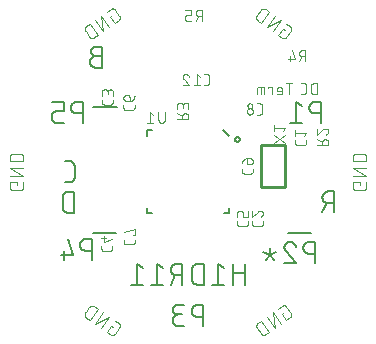
<source format=gbr>
G04 EAGLE Gerber RS-274X export*
G75*
%MOMM*%
%FSLAX34Y34*%
%LPD*%
%INSilkscreen Bottom*%
%IPPOS*%
%AMOC8*
5,1,8,0,0,1.08239X$1,22.5*%
G01*
%ADD10C,0.152400*%
%ADD11C,0.101600*%
%ADD12C,0.076200*%
%ADD13C,0.127000*%
%ADD14C,0.254000*%


D10*
X273106Y444380D02*
X268167Y444380D01*
X268027Y444378D01*
X267888Y444372D01*
X267748Y444362D01*
X267609Y444348D01*
X267470Y444331D01*
X267332Y444309D01*
X267195Y444283D01*
X267058Y444254D01*
X266922Y444221D01*
X266788Y444184D01*
X266654Y444143D01*
X266522Y444098D01*
X266390Y444049D01*
X266261Y443997D01*
X266133Y443942D01*
X266006Y443882D01*
X265881Y443819D01*
X265758Y443753D01*
X265637Y443683D01*
X265518Y443610D01*
X265401Y443533D01*
X265287Y443453D01*
X265174Y443370D01*
X265064Y443284D01*
X264957Y443194D01*
X264852Y443102D01*
X264750Y443007D01*
X264650Y442909D01*
X264553Y442808D01*
X264459Y442704D01*
X264369Y442598D01*
X264281Y442489D01*
X264196Y442378D01*
X264115Y442264D01*
X264036Y442149D01*
X263961Y442031D01*
X263890Y441911D01*
X263822Y441788D01*
X263757Y441665D01*
X263696Y441539D01*
X263638Y441411D01*
X263584Y441283D01*
X263534Y441152D01*
X263487Y441020D01*
X263444Y440887D01*
X263405Y440753D01*
X263370Y440618D01*
X263339Y440482D01*
X263311Y440344D01*
X263288Y440207D01*
X263268Y440068D01*
X263252Y439929D01*
X263240Y439790D01*
X263232Y439651D01*
X263228Y439511D01*
X263228Y439371D01*
X263232Y439231D01*
X263240Y439092D01*
X263252Y438953D01*
X263268Y438814D01*
X263288Y438675D01*
X263311Y438538D01*
X263339Y438400D01*
X263370Y438264D01*
X263405Y438129D01*
X263444Y437995D01*
X263487Y437862D01*
X263534Y437730D01*
X263584Y437599D01*
X263638Y437471D01*
X263696Y437343D01*
X263757Y437217D01*
X263822Y437094D01*
X263890Y436972D01*
X263961Y436851D01*
X264036Y436733D01*
X264115Y436618D01*
X264196Y436504D01*
X264281Y436393D01*
X264369Y436284D01*
X264459Y436178D01*
X264553Y436074D01*
X264650Y435973D01*
X264750Y435875D01*
X264852Y435780D01*
X264957Y435688D01*
X265064Y435598D01*
X265174Y435512D01*
X265287Y435429D01*
X265401Y435349D01*
X265518Y435272D01*
X265637Y435199D01*
X265758Y435129D01*
X265881Y435063D01*
X266006Y435000D01*
X266133Y434940D01*
X266261Y434885D01*
X266390Y434833D01*
X266522Y434784D01*
X266654Y434739D01*
X266788Y434698D01*
X266922Y434661D01*
X267058Y434628D01*
X267195Y434599D01*
X267332Y434573D01*
X267470Y434551D01*
X267609Y434534D01*
X267748Y434520D01*
X267888Y434510D01*
X268027Y434504D01*
X268167Y434502D01*
X268167Y434503D02*
X273106Y434503D01*
X273106Y452283D01*
X268167Y452283D01*
X268167Y452282D02*
X268043Y452280D01*
X267919Y452274D01*
X267795Y452264D01*
X267672Y452251D01*
X267549Y452233D01*
X267427Y452212D01*
X267305Y452187D01*
X267184Y452158D01*
X267065Y452125D01*
X266946Y452089D01*
X266829Y452048D01*
X266713Y452005D01*
X266598Y451957D01*
X266485Y451906D01*
X266373Y451851D01*
X266264Y451793D01*
X266156Y451732D01*
X266050Y451667D01*
X265946Y451599D01*
X265845Y451527D01*
X265745Y451453D01*
X265649Y451375D01*
X265554Y451295D01*
X265462Y451211D01*
X265373Y451125D01*
X265287Y451036D01*
X265203Y450944D01*
X265123Y450849D01*
X265045Y450753D01*
X264971Y450653D01*
X264899Y450552D01*
X264831Y450448D01*
X264766Y450342D01*
X264705Y450234D01*
X264647Y450125D01*
X264592Y450013D01*
X264541Y449900D01*
X264493Y449785D01*
X264450Y449669D01*
X264409Y449552D01*
X264373Y449433D01*
X264340Y449314D01*
X264311Y449193D01*
X264286Y449071D01*
X264265Y448949D01*
X264247Y448826D01*
X264234Y448703D01*
X264224Y448579D01*
X264218Y448455D01*
X264216Y448331D01*
X264218Y448207D01*
X264224Y448083D01*
X264234Y447959D01*
X264247Y447836D01*
X264265Y447713D01*
X264286Y447591D01*
X264311Y447469D01*
X264340Y447348D01*
X264373Y447229D01*
X264409Y447110D01*
X264450Y446993D01*
X264493Y446877D01*
X264541Y446762D01*
X264592Y446649D01*
X264647Y446537D01*
X264705Y446428D01*
X264766Y446320D01*
X264831Y446214D01*
X264899Y446110D01*
X264971Y446009D01*
X265045Y445909D01*
X265123Y445813D01*
X265203Y445718D01*
X265287Y445626D01*
X265373Y445537D01*
X265462Y445451D01*
X265554Y445367D01*
X265649Y445287D01*
X265745Y445209D01*
X265845Y445135D01*
X265946Y445063D01*
X266050Y444995D01*
X266156Y444930D01*
X266264Y444869D01*
X266373Y444811D01*
X266485Y444756D01*
X266598Y444705D01*
X266713Y444657D01*
X266829Y444614D01*
X266946Y444573D01*
X267065Y444537D01*
X267184Y444504D01*
X267305Y444475D01*
X267427Y444450D01*
X267549Y444429D01*
X267672Y444411D01*
X267795Y444398D01*
X267919Y444388D01*
X268043Y444382D01*
X268167Y444380D01*
X469872Y329631D02*
X469872Y311851D01*
X469872Y329631D02*
X464933Y329631D01*
X464793Y329629D01*
X464654Y329623D01*
X464514Y329613D01*
X464375Y329599D01*
X464236Y329582D01*
X464098Y329560D01*
X463961Y329534D01*
X463824Y329505D01*
X463688Y329472D01*
X463554Y329435D01*
X463420Y329394D01*
X463288Y329349D01*
X463156Y329300D01*
X463027Y329248D01*
X462899Y329193D01*
X462772Y329133D01*
X462647Y329070D01*
X462524Y329004D01*
X462403Y328934D01*
X462284Y328861D01*
X462167Y328784D01*
X462053Y328704D01*
X461940Y328621D01*
X461830Y328535D01*
X461723Y328445D01*
X461618Y328353D01*
X461516Y328258D01*
X461416Y328160D01*
X461319Y328059D01*
X461225Y327955D01*
X461135Y327849D01*
X461047Y327740D01*
X460962Y327629D01*
X460881Y327515D01*
X460802Y327400D01*
X460727Y327282D01*
X460656Y327162D01*
X460588Y327039D01*
X460523Y326916D01*
X460462Y326790D01*
X460404Y326662D01*
X460350Y326534D01*
X460300Y326403D01*
X460253Y326271D01*
X460210Y326138D01*
X460171Y326004D01*
X460136Y325869D01*
X460105Y325733D01*
X460077Y325595D01*
X460054Y325458D01*
X460034Y325319D01*
X460018Y325180D01*
X460006Y325041D01*
X459998Y324902D01*
X459994Y324762D01*
X459994Y324622D01*
X459998Y324482D01*
X460006Y324343D01*
X460018Y324204D01*
X460034Y324065D01*
X460054Y323926D01*
X460077Y323789D01*
X460105Y323651D01*
X460136Y323515D01*
X460171Y323380D01*
X460210Y323246D01*
X460253Y323113D01*
X460300Y322981D01*
X460350Y322850D01*
X460404Y322722D01*
X460462Y322594D01*
X460523Y322468D01*
X460588Y322345D01*
X460656Y322223D01*
X460727Y322102D01*
X460802Y321984D01*
X460881Y321869D01*
X460962Y321755D01*
X461047Y321644D01*
X461135Y321535D01*
X461225Y321429D01*
X461319Y321325D01*
X461416Y321224D01*
X461516Y321126D01*
X461618Y321031D01*
X461723Y320939D01*
X461830Y320849D01*
X461940Y320763D01*
X462053Y320680D01*
X462167Y320600D01*
X462284Y320523D01*
X462403Y320450D01*
X462524Y320380D01*
X462647Y320314D01*
X462772Y320251D01*
X462899Y320191D01*
X463027Y320136D01*
X463156Y320084D01*
X463288Y320035D01*
X463420Y319990D01*
X463554Y319949D01*
X463688Y319912D01*
X463824Y319879D01*
X463961Y319850D01*
X464098Y319824D01*
X464236Y319802D01*
X464375Y319785D01*
X464514Y319771D01*
X464654Y319761D01*
X464793Y319755D01*
X464933Y319753D01*
X469872Y319753D01*
X463945Y319753D02*
X459994Y311851D01*
X249900Y311645D02*
X249900Y329425D01*
X244962Y329425D01*
X244823Y329423D01*
X244685Y329417D01*
X244547Y329408D01*
X244409Y329394D01*
X244272Y329377D01*
X244135Y329355D01*
X243998Y329330D01*
X243863Y329301D01*
X243728Y329268D01*
X243595Y329232D01*
X243462Y329192D01*
X243331Y329148D01*
X243201Y329100D01*
X243072Y329049D01*
X242945Y328994D01*
X242819Y328936D01*
X242695Y328874D01*
X242573Y328809D01*
X242453Y328740D01*
X242334Y328668D01*
X242218Y328593D01*
X242104Y328514D01*
X241992Y328432D01*
X241883Y328347D01*
X241775Y328260D01*
X241671Y328169D01*
X241569Y328075D01*
X241470Y327978D01*
X241373Y327879D01*
X241279Y327777D01*
X241188Y327673D01*
X241101Y327565D01*
X241016Y327456D01*
X240934Y327344D01*
X240855Y327230D01*
X240780Y327114D01*
X240708Y326995D01*
X240639Y326875D01*
X240574Y326753D01*
X240512Y326629D01*
X240454Y326503D01*
X240399Y326376D01*
X240348Y326247D01*
X240300Y326117D01*
X240256Y325986D01*
X240216Y325853D01*
X240180Y325720D01*
X240147Y325585D01*
X240118Y325450D01*
X240093Y325313D01*
X240071Y325176D01*
X240054Y325039D01*
X240040Y324901D01*
X240031Y324763D01*
X240025Y324625D01*
X240023Y324486D01*
X240023Y316584D01*
X240025Y316445D01*
X240031Y316307D01*
X240040Y316169D01*
X240054Y316031D01*
X240071Y315894D01*
X240093Y315757D01*
X240118Y315620D01*
X240147Y315485D01*
X240180Y315350D01*
X240216Y315217D01*
X240256Y315084D01*
X240300Y314953D01*
X240348Y314823D01*
X240399Y314694D01*
X240454Y314567D01*
X240512Y314441D01*
X240574Y314317D01*
X240639Y314195D01*
X240708Y314075D01*
X240780Y313956D01*
X240855Y313840D01*
X240934Y313726D01*
X241016Y313614D01*
X241101Y313505D01*
X241188Y313397D01*
X241279Y313293D01*
X241373Y313191D01*
X241470Y313092D01*
X241569Y312995D01*
X241671Y312901D01*
X241775Y312810D01*
X241883Y312723D01*
X241992Y312638D01*
X242104Y312556D01*
X242218Y312477D01*
X242334Y312402D01*
X242453Y312330D01*
X242573Y312261D01*
X242695Y312196D01*
X242819Y312134D01*
X242945Y312076D01*
X243072Y312021D01*
X243201Y311970D01*
X243331Y311922D01*
X243462Y311878D01*
X243595Y311838D01*
X243728Y311802D01*
X243863Y311769D01*
X243998Y311740D01*
X244135Y311715D01*
X244272Y311693D01*
X244409Y311676D01*
X244547Y311662D01*
X244685Y311653D01*
X244823Y311647D01*
X244962Y311645D01*
X249900Y311645D01*
X246231Y337523D02*
X242280Y337523D01*
X246231Y337523D02*
X246355Y337525D01*
X246479Y337531D01*
X246603Y337541D01*
X246726Y337554D01*
X246849Y337572D01*
X246971Y337593D01*
X247093Y337618D01*
X247214Y337647D01*
X247333Y337680D01*
X247452Y337716D01*
X247569Y337757D01*
X247685Y337800D01*
X247800Y337848D01*
X247913Y337899D01*
X248025Y337954D01*
X248134Y338012D01*
X248242Y338073D01*
X248348Y338138D01*
X248452Y338206D01*
X248553Y338278D01*
X248653Y338352D01*
X248749Y338430D01*
X248844Y338510D01*
X248936Y338594D01*
X249025Y338680D01*
X249111Y338769D01*
X249195Y338861D01*
X249275Y338956D01*
X249353Y339052D01*
X249427Y339152D01*
X249499Y339253D01*
X249567Y339357D01*
X249632Y339463D01*
X249693Y339571D01*
X249751Y339680D01*
X249806Y339792D01*
X249857Y339905D01*
X249905Y340020D01*
X249948Y340136D01*
X249989Y340253D01*
X250025Y340372D01*
X250058Y340491D01*
X250087Y340612D01*
X250112Y340734D01*
X250133Y340856D01*
X250151Y340979D01*
X250164Y341102D01*
X250174Y341226D01*
X250180Y341350D01*
X250182Y341474D01*
X250182Y351352D01*
X250180Y351476D01*
X250174Y351600D01*
X250164Y351724D01*
X250151Y351847D01*
X250133Y351970D01*
X250112Y352092D01*
X250087Y352214D01*
X250058Y352335D01*
X250025Y352454D01*
X249989Y352573D01*
X249948Y352690D01*
X249905Y352806D01*
X249857Y352921D01*
X249806Y353034D01*
X249751Y353146D01*
X249693Y353255D01*
X249632Y353363D01*
X249567Y353469D01*
X249499Y353573D01*
X249427Y353674D01*
X249353Y353774D01*
X249275Y353870D01*
X249195Y353965D01*
X249111Y354057D01*
X249025Y354146D01*
X248936Y354232D01*
X248844Y354316D01*
X248749Y354396D01*
X248653Y354474D01*
X248553Y354548D01*
X248452Y354620D01*
X248348Y354688D01*
X248242Y354753D01*
X248134Y354814D01*
X248025Y354872D01*
X247913Y354927D01*
X247800Y354978D01*
X247686Y355026D01*
X247569Y355069D01*
X247452Y355110D01*
X247333Y355146D01*
X247214Y355179D01*
X247093Y355208D01*
X246971Y355233D01*
X246849Y355254D01*
X246726Y355272D01*
X246603Y355285D01*
X246479Y355295D01*
X246355Y355301D01*
X246231Y355303D01*
X242280Y355303D01*
D11*
X426501Y467300D02*
X428096Y466183D01*
X426501Y467300D02*
X422778Y461983D01*
X425968Y459749D01*
X426051Y459694D01*
X426135Y459642D01*
X426222Y459593D01*
X426310Y459547D01*
X426400Y459505D01*
X426492Y459466D01*
X426585Y459431D01*
X426679Y459399D01*
X426774Y459371D01*
X426871Y459347D01*
X426968Y459326D01*
X427066Y459310D01*
X427165Y459296D01*
X427264Y459287D01*
X427363Y459282D01*
X427463Y459280D01*
X427562Y459282D01*
X427661Y459288D01*
X427760Y459298D01*
X427859Y459311D01*
X427957Y459329D01*
X428054Y459350D01*
X428150Y459374D01*
X428246Y459403D01*
X428340Y459435D01*
X428433Y459470D01*
X428524Y459509D01*
X428614Y459552D01*
X428702Y459598D01*
X428788Y459647D01*
X428873Y459700D01*
X428955Y459756D01*
X429035Y459815D01*
X429113Y459877D01*
X429188Y459942D01*
X429261Y460009D01*
X429331Y460080D01*
X429399Y460153D01*
X429463Y460229D01*
X429525Y460307D01*
X429584Y460387D01*
X433307Y465704D01*
X433362Y465787D01*
X433414Y465871D01*
X433463Y465958D01*
X433509Y466046D01*
X433551Y466136D01*
X433590Y466228D01*
X433625Y466321D01*
X433657Y466415D01*
X433685Y466510D01*
X433709Y466607D01*
X433730Y466704D01*
X433746Y466802D01*
X433760Y466901D01*
X433769Y467000D01*
X433774Y467099D01*
X433776Y467199D01*
X433774Y467298D01*
X433768Y467397D01*
X433758Y467496D01*
X433745Y467595D01*
X433727Y467693D01*
X433706Y467790D01*
X433682Y467886D01*
X433653Y467982D01*
X433621Y468076D01*
X433586Y468169D01*
X433547Y468260D01*
X433504Y468350D01*
X433458Y468438D01*
X433409Y468524D01*
X433356Y468609D01*
X433300Y468691D01*
X433241Y468771D01*
X433179Y468849D01*
X433114Y468924D01*
X433047Y468997D01*
X432976Y469067D01*
X432903Y469135D01*
X432827Y469199D01*
X432749Y469261D01*
X432669Y469320D01*
X432670Y469320D02*
X429479Y471554D01*
X424810Y474824D02*
X418108Y465253D01*
X412791Y468976D02*
X424810Y474824D01*
X419492Y478547D02*
X412791Y468976D01*
X408121Y472246D02*
X414822Y481817D01*
X412164Y483678D01*
X412164Y483679D02*
X412070Y483742D01*
X411974Y483802D01*
X411876Y483859D01*
X411776Y483912D01*
X411674Y483962D01*
X411570Y484008D01*
X411465Y484050D01*
X411359Y484089D01*
X411251Y484124D01*
X411142Y484155D01*
X411032Y484183D01*
X410921Y484206D01*
X410810Y484226D01*
X410698Y484242D01*
X410585Y484254D01*
X410472Y484262D01*
X410359Y484266D01*
X410245Y484266D01*
X410132Y484262D01*
X410019Y484254D01*
X409906Y484242D01*
X409794Y484226D01*
X409683Y484206D01*
X409572Y484183D01*
X409462Y484155D01*
X409353Y484124D01*
X409245Y484089D01*
X409139Y484050D01*
X409034Y484008D01*
X408930Y483962D01*
X408828Y483912D01*
X408728Y483859D01*
X408630Y483802D01*
X408534Y483742D01*
X408440Y483679D01*
X408349Y483612D01*
X408259Y483543D01*
X408172Y483470D01*
X408088Y483394D01*
X408007Y483315D01*
X407928Y483234D01*
X407852Y483150D01*
X407779Y483063D01*
X407710Y482974D01*
X407643Y482882D01*
X407644Y482881D02*
X404665Y478628D01*
X404602Y478534D01*
X404542Y478438D01*
X404485Y478340D01*
X404432Y478240D01*
X404382Y478138D01*
X404336Y478034D01*
X404294Y477929D01*
X404255Y477823D01*
X404220Y477715D01*
X404189Y477606D01*
X404161Y477496D01*
X404138Y477385D01*
X404118Y477274D01*
X404102Y477162D01*
X404090Y477049D01*
X404082Y476936D01*
X404078Y476823D01*
X404078Y476709D01*
X404082Y476596D01*
X404090Y476483D01*
X404102Y476370D01*
X404118Y476258D01*
X404138Y476147D01*
X404161Y476036D01*
X404189Y475926D01*
X404220Y475817D01*
X404255Y475709D01*
X404294Y475603D01*
X404336Y475498D01*
X404382Y475394D01*
X404432Y475292D01*
X404485Y475192D01*
X404542Y475094D01*
X404602Y474998D01*
X404665Y474904D01*
X404732Y474812D01*
X404801Y474723D01*
X404874Y474636D01*
X404950Y474552D01*
X405029Y474471D01*
X405110Y474392D01*
X405194Y474316D01*
X405281Y474243D01*
X405371Y474174D01*
X405462Y474107D01*
X408121Y472246D01*
X492049Y337254D02*
X492049Y335306D01*
X492049Y337254D02*
X485558Y337254D01*
X485558Y333359D01*
X485560Y333260D01*
X485566Y333160D01*
X485575Y333061D01*
X485588Y332963D01*
X485605Y332865D01*
X485626Y332767D01*
X485651Y332671D01*
X485679Y332576D01*
X485711Y332482D01*
X485746Y332389D01*
X485785Y332297D01*
X485828Y332207D01*
X485873Y332119D01*
X485923Y332032D01*
X485975Y331948D01*
X486031Y331865D01*
X486089Y331785D01*
X486151Y331707D01*
X486216Y331632D01*
X486284Y331559D01*
X486354Y331489D01*
X486427Y331421D01*
X486502Y331356D01*
X486580Y331294D01*
X486660Y331236D01*
X486743Y331180D01*
X486827Y331128D01*
X486914Y331078D01*
X487002Y331033D01*
X487092Y330990D01*
X487184Y330951D01*
X487277Y330916D01*
X487371Y330884D01*
X487466Y330856D01*
X487562Y330831D01*
X487660Y330810D01*
X487758Y330793D01*
X487856Y330780D01*
X487955Y330771D01*
X488055Y330765D01*
X488154Y330763D01*
X494646Y330763D01*
X494745Y330765D01*
X494845Y330771D01*
X494944Y330780D01*
X495042Y330793D01*
X495140Y330810D01*
X495238Y330831D01*
X495334Y330856D01*
X495429Y330884D01*
X495523Y330916D01*
X495616Y330951D01*
X495708Y330990D01*
X495798Y331033D01*
X495886Y331078D01*
X495973Y331128D01*
X496057Y331180D01*
X496140Y331236D01*
X496220Y331294D01*
X496298Y331356D01*
X496373Y331421D01*
X496446Y331489D01*
X496516Y331559D01*
X496584Y331632D01*
X496649Y331707D01*
X496711Y331785D01*
X496769Y331865D01*
X496825Y331948D01*
X496877Y332032D01*
X496927Y332119D01*
X496972Y332207D01*
X497015Y332297D01*
X497054Y332389D01*
X497089Y332481D01*
X497121Y332576D01*
X497149Y332671D01*
X497174Y332767D01*
X497195Y332865D01*
X497212Y332963D01*
X497225Y333061D01*
X497234Y333160D01*
X497240Y333260D01*
X497242Y333359D01*
X497242Y337254D01*
X497242Y342954D02*
X485558Y342954D01*
X485558Y349446D02*
X497242Y342954D01*
X497242Y349446D02*
X485558Y349446D01*
X485558Y355146D02*
X497242Y355146D01*
X497242Y358392D01*
X497240Y358505D01*
X497234Y358618D01*
X497224Y358731D01*
X497210Y358844D01*
X497193Y358956D01*
X497171Y359067D01*
X497146Y359177D01*
X497116Y359287D01*
X497083Y359395D01*
X497046Y359502D01*
X497006Y359608D01*
X496961Y359712D01*
X496913Y359815D01*
X496862Y359916D01*
X496807Y360015D01*
X496749Y360112D01*
X496687Y360207D01*
X496622Y360300D01*
X496554Y360390D01*
X496483Y360478D01*
X496408Y360564D01*
X496331Y360647D01*
X496251Y360727D01*
X496168Y360804D01*
X496082Y360879D01*
X495994Y360950D01*
X495904Y361018D01*
X495811Y361083D01*
X495716Y361145D01*
X495619Y361203D01*
X495520Y361258D01*
X495419Y361309D01*
X495316Y361357D01*
X495212Y361402D01*
X495106Y361442D01*
X494999Y361479D01*
X494891Y361512D01*
X494781Y361542D01*
X494671Y361567D01*
X494560Y361589D01*
X494448Y361606D01*
X494335Y361620D01*
X494222Y361630D01*
X494109Y361636D01*
X493996Y361638D01*
X488804Y361638D01*
X488691Y361636D01*
X488578Y361630D01*
X488465Y361620D01*
X488352Y361606D01*
X488240Y361589D01*
X488129Y361567D01*
X488019Y361542D01*
X487909Y361512D01*
X487801Y361479D01*
X487694Y361442D01*
X487588Y361402D01*
X487484Y361357D01*
X487381Y361309D01*
X487280Y361258D01*
X487181Y361203D01*
X487084Y361145D01*
X486989Y361083D01*
X486896Y361018D01*
X486806Y360950D01*
X486718Y360879D01*
X486632Y360804D01*
X486549Y360727D01*
X486469Y360647D01*
X486392Y360564D01*
X486317Y360478D01*
X486246Y360390D01*
X486178Y360300D01*
X486113Y360207D01*
X486051Y360112D01*
X485993Y360015D01*
X485938Y359916D01*
X485887Y359815D01*
X485839Y359712D01*
X485794Y359608D01*
X485754Y359502D01*
X485717Y359395D01*
X485684Y359287D01*
X485654Y359177D01*
X485629Y359067D01*
X485607Y358956D01*
X485590Y358844D01*
X485576Y358731D01*
X485566Y358618D01*
X485560Y358505D01*
X485558Y358392D01*
X485558Y355146D01*
X427351Y227280D02*
X425756Y226163D01*
X429479Y220846D01*
X432670Y223080D01*
X432669Y223080D02*
X432749Y223139D01*
X432827Y223201D01*
X432903Y223265D01*
X432976Y223333D01*
X433047Y223403D01*
X433114Y223476D01*
X433179Y223551D01*
X433241Y223629D01*
X433300Y223709D01*
X433356Y223791D01*
X433409Y223876D01*
X433458Y223962D01*
X433504Y224050D01*
X433547Y224140D01*
X433586Y224231D01*
X433621Y224324D01*
X433653Y224418D01*
X433682Y224514D01*
X433706Y224610D01*
X433727Y224707D01*
X433745Y224805D01*
X433758Y224904D01*
X433768Y225003D01*
X433774Y225102D01*
X433776Y225201D01*
X433774Y225301D01*
X433769Y225400D01*
X433759Y225499D01*
X433746Y225598D01*
X433730Y225696D01*
X433709Y225793D01*
X433685Y225890D01*
X433657Y225985D01*
X433625Y226079D01*
X433590Y226172D01*
X433551Y226264D01*
X433509Y226354D01*
X433463Y226442D01*
X433414Y226529D01*
X433362Y226613D01*
X433307Y226696D01*
X429584Y232013D01*
X429525Y232093D01*
X429463Y232171D01*
X429399Y232247D01*
X429331Y232320D01*
X429261Y232391D01*
X429188Y232458D01*
X429113Y232523D01*
X429035Y232585D01*
X428955Y232644D01*
X428873Y232700D01*
X428788Y232753D01*
X428702Y232802D01*
X428614Y232848D01*
X428524Y232891D01*
X428433Y232930D01*
X428340Y232965D01*
X428246Y232997D01*
X428150Y233026D01*
X428054Y233050D01*
X427957Y233071D01*
X427859Y233089D01*
X427760Y233102D01*
X427661Y233112D01*
X427562Y233118D01*
X427463Y233120D01*
X427363Y233118D01*
X427264Y233113D01*
X427165Y233104D01*
X427066Y233090D01*
X426968Y233074D01*
X426871Y233053D01*
X426774Y233029D01*
X426679Y233001D01*
X426585Y232969D01*
X426492Y232934D01*
X426400Y232895D01*
X426310Y232853D01*
X426222Y232807D01*
X426135Y232758D01*
X426051Y232706D01*
X425968Y232651D01*
X422778Y230417D01*
X418108Y227147D02*
X424809Y217576D01*
X419492Y213853D02*
X418108Y227147D01*
X412791Y223424D02*
X419492Y213853D01*
X414822Y210583D02*
X408121Y220154D01*
X405462Y218292D01*
X405462Y218293D02*
X405371Y218226D01*
X405281Y218157D01*
X405194Y218084D01*
X405110Y218008D01*
X405029Y217929D01*
X404950Y217848D01*
X404874Y217764D01*
X404801Y217677D01*
X404732Y217588D01*
X404665Y217496D01*
X404602Y217402D01*
X404542Y217306D01*
X404485Y217208D01*
X404432Y217108D01*
X404382Y217006D01*
X404336Y216902D01*
X404294Y216797D01*
X404255Y216691D01*
X404220Y216583D01*
X404189Y216474D01*
X404161Y216364D01*
X404138Y216253D01*
X404118Y216142D01*
X404102Y216030D01*
X404090Y215917D01*
X404082Y215804D01*
X404078Y215691D01*
X404078Y215577D01*
X404082Y215464D01*
X404090Y215351D01*
X404102Y215238D01*
X404118Y215126D01*
X404138Y215015D01*
X404161Y214904D01*
X404189Y214794D01*
X404220Y214685D01*
X404255Y214577D01*
X404294Y214471D01*
X404336Y214366D01*
X404382Y214262D01*
X404432Y214160D01*
X404485Y214060D01*
X404542Y213962D01*
X404602Y213866D01*
X404665Y213772D01*
X407644Y209518D01*
X407643Y209518D02*
X407710Y209427D01*
X407779Y209337D01*
X407852Y209250D01*
X407928Y209166D01*
X408007Y209085D01*
X408088Y209006D01*
X408172Y208930D01*
X408259Y208857D01*
X408349Y208788D01*
X408440Y208721D01*
X408534Y208658D01*
X408630Y208598D01*
X408728Y208541D01*
X408828Y208488D01*
X408930Y208438D01*
X409034Y208392D01*
X409139Y208350D01*
X409245Y208311D01*
X409353Y208276D01*
X409462Y208245D01*
X409572Y208217D01*
X409683Y208194D01*
X409794Y208174D01*
X409906Y208158D01*
X410019Y208146D01*
X410132Y208138D01*
X410245Y208134D01*
X410359Y208134D01*
X410472Y208138D01*
X410585Y208146D01*
X410698Y208158D01*
X410810Y208174D01*
X410921Y208194D01*
X411032Y208217D01*
X411142Y208245D01*
X411251Y208276D01*
X411359Y208311D01*
X411465Y208350D01*
X411570Y208392D01*
X411674Y208438D01*
X411776Y208488D01*
X411876Y208541D01*
X411974Y208598D01*
X412070Y208658D01*
X412164Y208721D01*
X414822Y210583D01*
X282896Y214783D02*
X281301Y215900D01*
X277578Y210583D01*
X280768Y208349D01*
X280851Y208294D01*
X280935Y208242D01*
X281022Y208193D01*
X281110Y208147D01*
X281200Y208105D01*
X281292Y208066D01*
X281385Y208031D01*
X281479Y207999D01*
X281574Y207971D01*
X281671Y207947D01*
X281768Y207926D01*
X281866Y207910D01*
X281965Y207896D01*
X282064Y207887D01*
X282163Y207882D01*
X282263Y207880D01*
X282362Y207882D01*
X282461Y207888D01*
X282560Y207898D01*
X282659Y207911D01*
X282757Y207929D01*
X282854Y207950D01*
X282950Y207974D01*
X283046Y208003D01*
X283140Y208035D01*
X283233Y208070D01*
X283324Y208109D01*
X283414Y208152D01*
X283502Y208198D01*
X283588Y208247D01*
X283673Y208300D01*
X283755Y208356D01*
X283835Y208415D01*
X283913Y208477D01*
X283988Y208542D01*
X284061Y208609D01*
X284131Y208680D01*
X284199Y208753D01*
X284263Y208829D01*
X284325Y208907D01*
X284384Y208987D01*
X288107Y214304D01*
X288162Y214387D01*
X288214Y214471D01*
X288263Y214558D01*
X288309Y214646D01*
X288351Y214736D01*
X288390Y214828D01*
X288425Y214921D01*
X288457Y215015D01*
X288485Y215110D01*
X288509Y215207D01*
X288530Y215304D01*
X288546Y215402D01*
X288560Y215501D01*
X288569Y215600D01*
X288574Y215699D01*
X288576Y215799D01*
X288574Y215898D01*
X288568Y215997D01*
X288558Y216096D01*
X288545Y216195D01*
X288527Y216293D01*
X288506Y216390D01*
X288482Y216486D01*
X288453Y216582D01*
X288421Y216676D01*
X288386Y216769D01*
X288347Y216860D01*
X288304Y216950D01*
X288258Y217038D01*
X288209Y217124D01*
X288156Y217209D01*
X288100Y217291D01*
X288041Y217371D01*
X287979Y217449D01*
X287914Y217524D01*
X287847Y217597D01*
X287776Y217667D01*
X287703Y217735D01*
X287627Y217799D01*
X287549Y217861D01*
X287469Y217920D01*
X287470Y217920D02*
X284279Y220154D01*
X279610Y223424D02*
X272908Y213853D01*
X267591Y217576D02*
X279610Y223424D01*
X274292Y227147D02*
X267591Y217576D01*
X262921Y220846D02*
X269622Y230417D01*
X266964Y232278D01*
X266964Y232279D02*
X266870Y232342D01*
X266774Y232402D01*
X266676Y232459D01*
X266576Y232512D01*
X266474Y232562D01*
X266370Y232608D01*
X266265Y232650D01*
X266159Y232689D01*
X266051Y232724D01*
X265942Y232755D01*
X265832Y232783D01*
X265721Y232806D01*
X265610Y232826D01*
X265498Y232842D01*
X265385Y232854D01*
X265272Y232862D01*
X265159Y232866D01*
X265045Y232866D01*
X264932Y232862D01*
X264819Y232854D01*
X264706Y232842D01*
X264594Y232826D01*
X264483Y232806D01*
X264372Y232783D01*
X264262Y232755D01*
X264153Y232724D01*
X264045Y232689D01*
X263939Y232650D01*
X263834Y232608D01*
X263730Y232562D01*
X263628Y232512D01*
X263528Y232459D01*
X263430Y232402D01*
X263334Y232342D01*
X263240Y232279D01*
X263149Y232212D01*
X263059Y232143D01*
X262972Y232070D01*
X262888Y231994D01*
X262807Y231915D01*
X262728Y231834D01*
X262652Y231750D01*
X262579Y231663D01*
X262510Y231574D01*
X262443Y231482D01*
X262444Y231481D02*
X259465Y227228D01*
X259402Y227134D01*
X259342Y227038D01*
X259285Y226940D01*
X259232Y226840D01*
X259182Y226738D01*
X259136Y226634D01*
X259094Y226529D01*
X259055Y226423D01*
X259020Y226315D01*
X258989Y226206D01*
X258961Y226096D01*
X258938Y225985D01*
X258918Y225874D01*
X258902Y225762D01*
X258890Y225649D01*
X258882Y225536D01*
X258878Y225423D01*
X258878Y225309D01*
X258882Y225196D01*
X258890Y225083D01*
X258902Y224970D01*
X258918Y224858D01*
X258938Y224747D01*
X258961Y224636D01*
X258989Y224526D01*
X259020Y224417D01*
X259055Y224309D01*
X259094Y224203D01*
X259136Y224098D01*
X259182Y223994D01*
X259232Y223892D01*
X259285Y223792D01*
X259342Y223694D01*
X259402Y223598D01*
X259465Y223504D01*
X259532Y223412D01*
X259601Y223323D01*
X259674Y223236D01*
X259750Y223152D01*
X259829Y223071D01*
X259910Y222992D01*
X259994Y222916D01*
X260081Y222843D01*
X260171Y222774D01*
X260262Y222707D01*
X262921Y220846D01*
X201649Y335306D02*
X201649Y337254D01*
X195158Y337254D01*
X195158Y333359D01*
X195160Y333260D01*
X195166Y333160D01*
X195175Y333061D01*
X195188Y332963D01*
X195205Y332865D01*
X195226Y332767D01*
X195251Y332671D01*
X195279Y332576D01*
X195311Y332482D01*
X195346Y332389D01*
X195385Y332297D01*
X195428Y332207D01*
X195473Y332119D01*
X195523Y332032D01*
X195575Y331948D01*
X195631Y331865D01*
X195689Y331785D01*
X195751Y331707D01*
X195816Y331632D01*
X195884Y331559D01*
X195954Y331489D01*
X196027Y331421D01*
X196102Y331356D01*
X196180Y331294D01*
X196260Y331236D01*
X196343Y331180D01*
X196427Y331128D01*
X196514Y331078D01*
X196602Y331033D01*
X196692Y330990D01*
X196784Y330951D01*
X196877Y330916D01*
X196971Y330884D01*
X197066Y330856D01*
X197162Y330831D01*
X197260Y330810D01*
X197358Y330793D01*
X197456Y330780D01*
X197555Y330771D01*
X197655Y330765D01*
X197754Y330763D01*
X204246Y330763D01*
X204345Y330765D01*
X204445Y330771D01*
X204544Y330780D01*
X204642Y330793D01*
X204740Y330810D01*
X204838Y330831D01*
X204934Y330856D01*
X205029Y330884D01*
X205123Y330916D01*
X205216Y330951D01*
X205308Y330990D01*
X205398Y331033D01*
X205486Y331078D01*
X205573Y331128D01*
X205657Y331180D01*
X205740Y331236D01*
X205820Y331294D01*
X205898Y331356D01*
X205973Y331421D01*
X206046Y331489D01*
X206116Y331559D01*
X206184Y331632D01*
X206249Y331707D01*
X206311Y331785D01*
X206369Y331865D01*
X206425Y331948D01*
X206477Y332032D01*
X206527Y332119D01*
X206572Y332207D01*
X206615Y332297D01*
X206654Y332389D01*
X206689Y332481D01*
X206721Y332576D01*
X206749Y332671D01*
X206774Y332767D01*
X206795Y332865D01*
X206812Y332963D01*
X206825Y333061D01*
X206834Y333160D01*
X206840Y333260D01*
X206842Y333359D01*
X206842Y337254D01*
X206842Y342954D02*
X195158Y342954D01*
X195158Y349446D02*
X206842Y342954D01*
X206842Y349446D02*
X195158Y349446D01*
X195158Y355146D02*
X206842Y355146D01*
X206842Y358392D01*
X206840Y358505D01*
X206834Y358618D01*
X206824Y358731D01*
X206810Y358844D01*
X206793Y358956D01*
X206771Y359067D01*
X206746Y359177D01*
X206716Y359287D01*
X206683Y359395D01*
X206646Y359502D01*
X206606Y359608D01*
X206561Y359712D01*
X206513Y359815D01*
X206462Y359916D01*
X206407Y360015D01*
X206349Y360112D01*
X206287Y360207D01*
X206222Y360300D01*
X206154Y360390D01*
X206083Y360478D01*
X206008Y360564D01*
X205931Y360647D01*
X205851Y360727D01*
X205768Y360804D01*
X205682Y360879D01*
X205594Y360950D01*
X205504Y361018D01*
X205411Y361083D01*
X205316Y361145D01*
X205219Y361203D01*
X205120Y361258D01*
X205019Y361309D01*
X204916Y361357D01*
X204812Y361402D01*
X204706Y361442D01*
X204599Y361479D01*
X204491Y361512D01*
X204381Y361542D01*
X204271Y361567D01*
X204160Y361589D01*
X204048Y361606D01*
X203935Y361620D01*
X203822Y361630D01*
X203709Y361636D01*
X203596Y361638D01*
X198404Y361638D01*
X198291Y361636D01*
X198178Y361630D01*
X198065Y361620D01*
X197952Y361606D01*
X197840Y361589D01*
X197729Y361567D01*
X197619Y361542D01*
X197509Y361512D01*
X197401Y361479D01*
X197294Y361442D01*
X197188Y361402D01*
X197084Y361357D01*
X196981Y361309D01*
X196880Y361258D01*
X196781Y361203D01*
X196684Y361145D01*
X196589Y361083D01*
X196496Y361018D01*
X196406Y360950D01*
X196318Y360879D01*
X196232Y360804D01*
X196149Y360727D01*
X196069Y360647D01*
X195992Y360564D01*
X195917Y360478D01*
X195846Y360390D01*
X195778Y360300D01*
X195713Y360207D01*
X195651Y360112D01*
X195593Y360015D01*
X195538Y359916D01*
X195487Y359815D01*
X195439Y359712D01*
X195394Y359608D01*
X195354Y359502D01*
X195317Y359395D01*
X195284Y359287D01*
X195254Y359177D01*
X195229Y359067D01*
X195207Y358956D01*
X195190Y358844D01*
X195176Y358731D01*
X195166Y358618D01*
X195160Y358505D01*
X195158Y358392D01*
X195158Y355146D01*
X280556Y477563D02*
X282151Y478680D01*
X280556Y477563D02*
X284279Y472246D01*
X287470Y474480D01*
X287469Y474480D02*
X287549Y474539D01*
X287627Y474601D01*
X287703Y474665D01*
X287776Y474733D01*
X287847Y474803D01*
X287914Y474876D01*
X287979Y474951D01*
X288041Y475029D01*
X288100Y475109D01*
X288156Y475191D01*
X288209Y475276D01*
X288258Y475362D01*
X288304Y475450D01*
X288347Y475540D01*
X288386Y475631D01*
X288421Y475724D01*
X288453Y475818D01*
X288482Y475914D01*
X288506Y476010D01*
X288527Y476107D01*
X288545Y476205D01*
X288558Y476304D01*
X288568Y476403D01*
X288574Y476502D01*
X288576Y476601D01*
X288574Y476701D01*
X288569Y476800D01*
X288559Y476899D01*
X288546Y476998D01*
X288530Y477096D01*
X288509Y477193D01*
X288485Y477290D01*
X288457Y477385D01*
X288425Y477479D01*
X288390Y477572D01*
X288351Y477664D01*
X288309Y477754D01*
X288263Y477842D01*
X288214Y477929D01*
X288162Y478013D01*
X288107Y478096D01*
X284384Y483413D01*
X284325Y483493D01*
X284263Y483571D01*
X284199Y483647D01*
X284131Y483720D01*
X284061Y483791D01*
X283988Y483858D01*
X283913Y483923D01*
X283835Y483985D01*
X283755Y484044D01*
X283673Y484100D01*
X283588Y484153D01*
X283502Y484202D01*
X283414Y484248D01*
X283324Y484291D01*
X283233Y484330D01*
X283140Y484365D01*
X283046Y484397D01*
X282950Y484426D01*
X282854Y484450D01*
X282757Y484471D01*
X282659Y484489D01*
X282560Y484502D01*
X282461Y484512D01*
X282362Y484518D01*
X282263Y484520D01*
X282163Y484518D01*
X282064Y484513D01*
X281965Y484504D01*
X281866Y484490D01*
X281768Y484474D01*
X281671Y484453D01*
X281574Y484429D01*
X281479Y484401D01*
X281385Y484369D01*
X281292Y484334D01*
X281200Y484295D01*
X281110Y484253D01*
X281022Y484207D01*
X280935Y484158D01*
X280851Y484106D01*
X280768Y484051D01*
X277578Y481817D01*
X272908Y478547D02*
X279609Y468976D01*
X274292Y465253D02*
X272908Y478547D01*
X267591Y474824D02*
X274292Y465253D01*
X269622Y461983D02*
X262921Y471554D01*
X260262Y469692D01*
X260262Y469693D02*
X260171Y469626D01*
X260081Y469557D01*
X259994Y469484D01*
X259910Y469408D01*
X259829Y469329D01*
X259750Y469248D01*
X259674Y469164D01*
X259601Y469077D01*
X259532Y468988D01*
X259465Y468896D01*
X259402Y468802D01*
X259342Y468706D01*
X259285Y468608D01*
X259232Y468508D01*
X259182Y468406D01*
X259136Y468302D01*
X259094Y468197D01*
X259055Y468091D01*
X259020Y467983D01*
X258989Y467874D01*
X258961Y467764D01*
X258938Y467653D01*
X258918Y467542D01*
X258902Y467430D01*
X258890Y467317D01*
X258882Y467204D01*
X258878Y467091D01*
X258878Y466977D01*
X258882Y466864D01*
X258890Y466751D01*
X258902Y466638D01*
X258918Y466526D01*
X258938Y466415D01*
X258961Y466304D01*
X258989Y466194D01*
X259020Y466085D01*
X259055Y465977D01*
X259094Y465871D01*
X259136Y465766D01*
X259182Y465662D01*
X259232Y465560D01*
X259285Y465460D01*
X259342Y465362D01*
X259402Y465266D01*
X259465Y465172D01*
X262444Y460918D01*
X262443Y460918D02*
X262510Y460827D01*
X262579Y460737D01*
X262652Y460650D01*
X262728Y460566D01*
X262807Y460485D01*
X262888Y460406D01*
X262972Y460330D01*
X263059Y460257D01*
X263149Y460188D01*
X263240Y460121D01*
X263334Y460058D01*
X263430Y459998D01*
X263528Y459941D01*
X263628Y459888D01*
X263730Y459838D01*
X263834Y459792D01*
X263939Y459750D01*
X264045Y459711D01*
X264153Y459676D01*
X264262Y459645D01*
X264372Y459617D01*
X264483Y459594D01*
X264594Y459574D01*
X264706Y459558D01*
X264819Y459546D01*
X264932Y459538D01*
X265045Y459534D01*
X265159Y459534D01*
X265272Y459538D01*
X265385Y459546D01*
X265498Y459558D01*
X265610Y459574D01*
X265721Y459594D01*
X265832Y459617D01*
X265942Y459645D01*
X266051Y459676D01*
X266159Y459711D01*
X266265Y459750D01*
X266370Y459792D01*
X266474Y459838D01*
X266576Y459888D01*
X266676Y459941D01*
X266774Y459998D01*
X266870Y460058D01*
X266964Y460121D01*
X269622Y461983D01*
D10*
X458806Y405540D02*
X458806Y387760D01*
X458806Y405540D02*
X453868Y405540D01*
X453728Y405538D01*
X453589Y405532D01*
X453449Y405522D01*
X453310Y405508D01*
X453171Y405491D01*
X453033Y405469D01*
X452896Y405443D01*
X452759Y405414D01*
X452623Y405381D01*
X452489Y405344D01*
X452355Y405303D01*
X452223Y405258D01*
X452091Y405209D01*
X451962Y405157D01*
X451834Y405102D01*
X451707Y405042D01*
X451582Y404979D01*
X451459Y404913D01*
X451338Y404843D01*
X451219Y404770D01*
X451102Y404693D01*
X450988Y404613D01*
X450875Y404530D01*
X450765Y404444D01*
X450658Y404354D01*
X450553Y404262D01*
X450451Y404167D01*
X450351Y404069D01*
X450254Y403968D01*
X450160Y403864D01*
X450070Y403758D01*
X449982Y403649D01*
X449897Y403538D01*
X449816Y403424D01*
X449737Y403309D01*
X449662Y403191D01*
X449591Y403071D01*
X449523Y402948D01*
X449458Y402825D01*
X449397Y402699D01*
X449339Y402571D01*
X449285Y402443D01*
X449235Y402312D01*
X449188Y402180D01*
X449145Y402047D01*
X449106Y401913D01*
X449071Y401778D01*
X449040Y401642D01*
X449012Y401504D01*
X448989Y401367D01*
X448969Y401228D01*
X448953Y401089D01*
X448941Y400950D01*
X448933Y400811D01*
X448929Y400671D01*
X448929Y400531D01*
X448933Y400391D01*
X448941Y400252D01*
X448953Y400113D01*
X448969Y399974D01*
X448989Y399835D01*
X449012Y399698D01*
X449040Y399560D01*
X449071Y399424D01*
X449106Y399289D01*
X449145Y399155D01*
X449188Y399022D01*
X449235Y398890D01*
X449285Y398759D01*
X449339Y398631D01*
X449397Y398503D01*
X449458Y398377D01*
X449523Y398254D01*
X449591Y398132D01*
X449662Y398011D01*
X449737Y397893D01*
X449816Y397778D01*
X449897Y397664D01*
X449982Y397553D01*
X450070Y397444D01*
X450160Y397338D01*
X450254Y397234D01*
X450351Y397133D01*
X450451Y397035D01*
X450553Y396940D01*
X450658Y396848D01*
X450765Y396758D01*
X450875Y396672D01*
X450988Y396589D01*
X451102Y396509D01*
X451219Y396432D01*
X451338Y396359D01*
X451459Y396289D01*
X451582Y396223D01*
X451707Y396160D01*
X451834Y396100D01*
X451962Y396045D01*
X452091Y395993D01*
X452223Y395944D01*
X452355Y395899D01*
X452489Y395858D01*
X452623Y395821D01*
X452759Y395788D01*
X452896Y395759D01*
X453033Y395733D01*
X453171Y395711D01*
X453310Y395694D01*
X453449Y395680D01*
X453589Y395670D01*
X453728Y395664D01*
X453868Y395662D01*
X458806Y395662D01*
X442811Y401589D02*
X437872Y405540D01*
X437872Y387760D01*
X432934Y387760D02*
X442811Y387760D01*
X453738Y286860D02*
X453738Y269080D01*
X453738Y286860D02*
X448799Y286860D01*
X448659Y286858D01*
X448520Y286852D01*
X448380Y286842D01*
X448241Y286828D01*
X448102Y286811D01*
X447964Y286789D01*
X447827Y286763D01*
X447690Y286734D01*
X447554Y286701D01*
X447420Y286664D01*
X447286Y286623D01*
X447154Y286578D01*
X447022Y286529D01*
X446893Y286477D01*
X446765Y286422D01*
X446638Y286362D01*
X446513Y286299D01*
X446390Y286233D01*
X446269Y286163D01*
X446150Y286090D01*
X446033Y286013D01*
X445919Y285933D01*
X445806Y285850D01*
X445696Y285764D01*
X445589Y285674D01*
X445484Y285582D01*
X445382Y285487D01*
X445282Y285389D01*
X445185Y285288D01*
X445091Y285184D01*
X445001Y285078D01*
X444913Y284969D01*
X444828Y284858D01*
X444747Y284744D01*
X444668Y284629D01*
X444593Y284511D01*
X444522Y284391D01*
X444454Y284268D01*
X444389Y284145D01*
X444328Y284019D01*
X444270Y283891D01*
X444216Y283763D01*
X444166Y283632D01*
X444119Y283500D01*
X444076Y283367D01*
X444037Y283233D01*
X444002Y283098D01*
X443971Y282962D01*
X443943Y282824D01*
X443920Y282687D01*
X443900Y282548D01*
X443884Y282409D01*
X443872Y282270D01*
X443864Y282131D01*
X443860Y281991D01*
X443860Y281851D01*
X443864Y281711D01*
X443872Y281572D01*
X443884Y281433D01*
X443900Y281294D01*
X443920Y281155D01*
X443943Y281018D01*
X443971Y280880D01*
X444002Y280744D01*
X444037Y280609D01*
X444076Y280475D01*
X444119Y280342D01*
X444166Y280210D01*
X444216Y280079D01*
X444270Y279951D01*
X444328Y279823D01*
X444389Y279697D01*
X444454Y279574D01*
X444522Y279452D01*
X444593Y279331D01*
X444668Y279213D01*
X444747Y279098D01*
X444828Y278984D01*
X444913Y278873D01*
X445001Y278764D01*
X445091Y278658D01*
X445185Y278554D01*
X445282Y278453D01*
X445382Y278355D01*
X445484Y278260D01*
X445589Y278168D01*
X445696Y278078D01*
X445806Y277992D01*
X445919Y277909D01*
X446033Y277829D01*
X446150Y277752D01*
X446269Y277679D01*
X446390Y277609D01*
X446513Y277543D01*
X446638Y277480D01*
X446765Y277420D01*
X446893Y277365D01*
X447022Y277313D01*
X447154Y277264D01*
X447286Y277219D01*
X447420Y277178D01*
X447554Y277141D01*
X447690Y277108D01*
X447827Y277079D01*
X447964Y277053D01*
X448102Y277031D01*
X448241Y277014D01*
X448380Y277000D01*
X448520Y276990D01*
X448659Y276984D01*
X448799Y276982D01*
X453738Y276982D01*
X432310Y286860D02*
X432178Y286858D01*
X432047Y286852D01*
X431915Y286842D01*
X431784Y286829D01*
X431654Y286811D01*
X431524Y286790D01*
X431394Y286765D01*
X431266Y286736D01*
X431138Y286703D01*
X431012Y286666D01*
X430886Y286626D01*
X430762Y286582D01*
X430639Y286534D01*
X430518Y286483D01*
X430398Y286428D01*
X430280Y286370D01*
X430164Y286308D01*
X430050Y286242D01*
X429937Y286174D01*
X429827Y286102D01*
X429719Y286027D01*
X429613Y285948D01*
X429509Y285867D01*
X429408Y285782D01*
X429310Y285695D01*
X429214Y285604D01*
X429121Y285511D01*
X429030Y285415D01*
X428943Y285317D01*
X428858Y285216D01*
X428777Y285112D01*
X428698Y285006D01*
X428623Y284898D01*
X428551Y284788D01*
X428483Y284675D01*
X428417Y284561D01*
X428355Y284445D01*
X428297Y284327D01*
X428242Y284207D01*
X428191Y284086D01*
X428143Y283963D01*
X428099Y283839D01*
X428059Y283713D01*
X428022Y283587D01*
X427989Y283459D01*
X427960Y283331D01*
X427935Y283201D01*
X427914Y283071D01*
X427896Y282941D01*
X427883Y282810D01*
X427873Y282678D01*
X427867Y282547D01*
X427865Y282415D01*
X432310Y286860D02*
X432460Y286858D01*
X432609Y286852D01*
X432758Y286842D01*
X432907Y286829D01*
X433056Y286811D01*
X433204Y286790D01*
X433352Y286764D01*
X433498Y286735D01*
X433644Y286702D01*
X433789Y286665D01*
X433933Y286624D01*
X434076Y286580D01*
X434218Y286532D01*
X434358Y286480D01*
X434497Y286425D01*
X434635Y286366D01*
X434770Y286303D01*
X434905Y286237D01*
X435037Y286167D01*
X435167Y286094D01*
X435296Y286017D01*
X435423Y285937D01*
X435547Y285854D01*
X435669Y285768D01*
X435789Y285678D01*
X435906Y285585D01*
X436021Y285490D01*
X436134Y285391D01*
X436244Y285289D01*
X436351Y285185D01*
X436455Y285078D01*
X436557Y284968D01*
X436655Y284855D01*
X436751Y284740D01*
X436843Y284622D01*
X436933Y284502D01*
X437019Y284380D01*
X437102Y284256D01*
X437182Y284129D01*
X437258Y284001D01*
X437331Y283870D01*
X437401Y283737D01*
X437467Y283603D01*
X437529Y283467D01*
X437588Y283330D01*
X437644Y283191D01*
X437695Y283050D01*
X437743Y282909D01*
X429347Y278958D02*
X429251Y279051D01*
X429159Y279147D01*
X429069Y279246D01*
X428982Y279347D01*
X428898Y279450D01*
X428816Y279555D01*
X428738Y279663D01*
X428663Y279773D01*
X428590Y279885D01*
X428521Y279999D01*
X428455Y280115D01*
X428393Y280233D01*
X428334Y280352D01*
X428278Y280473D01*
X428225Y280596D01*
X428176Y280720D01*
X428131Y280845D01*
X428088Y280972D01*
X428050Y281099D01*
X428015Y281228D01*
X427984Y281357D01*
X427956Y281488D01*
X427932Y281619D01*
X427911Y281751D01*
X427895Y281883D01*
X427882Y282016D01*
X427872Y282149D01*
X427867Y282282D01*
X427865Y282415D01*
X429347Y278958D02*
X437743Y269080D01*
X427865Y269080D01*
X415495Y275994D02*
X415495Y281921D01*
X415495Y275994D02*
X412038Y271549D01*
X415495Y275994D02*
X418952Y271549D01*
X415495Y275994D02*
X410062Y277970D01*
X415495Y275994D02*
X420928Y277970D01*
X359136Y233490D02*
X359136Y215710D01*
X359136Y233490D02*
X354198Y233490D01*
X354058Y233488D01*
X353919Y233482D01*
X353779Y233472D01*
X353640Y233458D01*
X353501Y233441D01*
X353363Y233419D01*
X353226Y233393D01*
X353089Y233364D01*
X352953Y233331D01*
X352819Y233294D01*
X352685Y233253D01*
X352553Y233208D01*
X352421Y233159D01*
X352292Y233107D01*
X352164Y233052D01*
X352037Y232992D01*
X351912Y232929D01*
X351789Y232863D01*
X351668Y232793D01*
X351549Y232720D01*
X351432Y232643D01*
X351318Y232563D01*
X351205Y232480D01*
X351095Y232394D01*
X350988Y232304D01*
X350883Y232212D01*
X350781Y232117D01*
X350681Y232019D01*
X350584Y231918D01*
X350490Y231814D01*
X350400Y231708D01*
X350312Y231599D01*
X350227Y231488D01*
X350146Y231374D01*
X350067Y231259D01*
X349992Y231141D01*
X349921Y231021D01*
X349853Y230898D01*
X349788Y230775D01*
X349727Y230649D01*
X349669Y230521D01*
X349615Y230393D01*
X349565Y230262D01*
X349518Y230130D01*
X349475Y229997D01*
X349436Y229863D01*
X349401Y229728D01*
X349370Y229592D01*
X349342Y229454D01*
X349319Y229317D01*
X349299Y229178D01*
X349283Y229039D01*
X349271Y228900D01*
X349263Y228761D01*
X349259Y228621D01*
X349259Y228481D01*
X349263Y228341D01*
X349271Y228202D01*
X349283Y228063D01*
X349299Y227924D01*
X349319Y227785D01*
X349342Y227648D01*
X349370Y227510D01*
X349401Y227374D01*
X349436Y227239D01*
X349475Y227105D01*
X349518Y226972D01*
X349565Y226840D01*
X349615Y226709D01*
X349669Y226581D01*
X349727Y226453D01*
X349788Y226327D01*
X349853Y226204D01*
X349921Y226081D01*
X349992Y225961D01*
X350067Y225843D01*
X350146Y225728D01*
X350227Y225614D01*
X350312Y225503D01*
X350400Y225394D01*
X350490Y225288D01*
X350584Y225184D01*
X350681Y225083D01*
X350781Y224985D01*
X350883Y224890D01*
X350988Y224798D01*
X351095Y224708D01*
X351205Y224622D01*
X351318Y224539D01*
X351432Y224459D01*
X351549Y224382D01*
X351668Y224309D01*
X351789Y224239D01*
X351912Y224173D01*
X352037Y224110D01*
X352164Y224050D01*
X352292Y223995D01*
X352421Y223943D01*
X352553Y223894D01*
X352685Y223849D01*
X352819Y223808D01*
X352953Y223771D01*
X353089Y223738D01*
X353226Y223709D01*
X353363Y223683D01*
X353501Y223661D01*
X353640Y223644D01*
X353779Y223630D01*
X353919Y223620D01*
X354058Y223614D01*
X354198Y223612D01*
X359136Y223612D01*
X343141Y215710D02*
X338202Y215710D01*
X338062Y215712D01*
X337923Y215718D01*
X337783Y215728D01*
X337644Y215742D01*
X337505Y215759D01*
X337367Y215781D01*
X337230Y215807D01*
X337093Y215836D01*
X336957Y215869D01*
X336823Y215906D01*
X336689Y215947D01*
X336557Y215992D01*
X336425Y216041D01*
X336296Y216093D01*
X336168Y216148D01*
X336041Y216208D01*
X335916Y216271D01*
X335793Y216337D01*
X335672Y216407D01*
X335553Y216480D01*
X335436Y216557D01*
X335322Y216637D01*
X335209Y216720D01*
X335099Y216806D01*
X334992Y216896D01*
X334887Y216988D01*
X334785Y217083D01*
X334685Y217181D01*
X334588Y217282D01*
X334494Y217386D01*
X334404Y217492D01*
X334316Y217601D01*
X334231Y217712D01*
X334150Y217826D01*
X334071Y217941D01*
X333996Y218059D01*
X333925Y218179D01*
X333857Y218302D01*
X333792Y218425D01*
X333731Y218551D01*
X333673Y218679D01*
X333619Y218807D01*
X333569Y218938D01*
X333522Y219070D01*
X333479Y219203D01*
X333440Y219337D01*
X333405Y219472D01*
X333374Y219608D01*
X333346Y219746D01*
X333323Y219883D01*
X333303Y220022D01*
X333287Y220161D01*
X333275Y220300D01*
X333267Y220439D01*
X333263Y220579D01*
X333263Y220719D01*
X333267Y220859D01*
X333275Y220998D01*
X333287Y221137D01*
X333303Y221276D01*
X333323Y221415D01*
X333346Y221552D01*
X333374Y221690D01*
X333405Y221826D01*
X333440Y221961D01*
X333479Y222095D01*
X333522Y222228D01*
X333569Y222360D01*
X333619Y222491D01*
X333673Y222619D01*
X333731Y222747D01*
X333792Y222873D01*
X333857Y222996D01*
X333925Y223119D01*
X333996Y223239D01*
X334071Y223357D01*
X334150Y223472D01*
X334231Y223586D01*
X334316Y223697D01*
X334404Y223806D01*
X334494Y223912D01*
X334588Y224016D01*
X334685Y224117D01*
X334785Y224215D01*
X334887Y224310D01*
X334992Y224402D01*
X335099Y224492D01*
X335209Y224578D01*
X335322Y224661D01*
X335436Y224741D01*
X335553Y224818D01*
X335672Y224891D01*
X335793Y224961D01*
X335916Y225027D01*
X336041Y225090D01*
X336168Y225150D01*
X336296Y225205D01*
X336425Y225257D01*
X336557Y225306D01*
X336689Y225351D01*
X336823Y225392D01*
X336957Y225429D01*
X337093Y225462D01*
X337230Y225491D01*
X337367Y225517D01*
X337505Y225539D01*
X337644Y225556D01*
X337783Y225570D01*
X337923Y225580D01*
X338062Y225586D01*
X338202Y225588D01*
X337215Y233490D02*
X343141Y233490D01*
X337215Y233490D02*
X337091Y233488D01*
X336967Y233482D01*
X336843Y233472D01*
X336720Y233459D01*
X336597Y233441D01*
X336475Y233420D01*
X336353Y233395D01*
X336232Y233366D01*
X336113Y233333D01*
X335994Y233297D01*
X335877Y233256D01*
X335761Y233213D01*
X335646Y233165D01*
X335533Y233114D01*
X335421Y233059D01*
X335312Y233001D01*
X335204Y232940D01*
X335098Y232875D01*
X334994Y232807D01*
X334893Y232735D01*
X334793Y232661D01*
X334697Y232583D01*
X334602Y232503D01*
X334510Y232419D01*
X334421Y232333D01*
X334335Y232244D01*
X334251Y232152D01*
X334171Y232057D01*
X334093Y231961D01*
X334019Y231861D01*
X333947Y231760D01*
X333879Y231656D01*
X333814Y231550D01*
X333753Y231442D01*
X333695Y231333D01*
X333640Y231221D01*
X333589Y231108D01*
X333541Y230993D01*
X333498Y230877D01*
X333457Y230760D01*
X333421Y230641D01*
X333388Y230522D01*
X333359Y230401D01*
X333334Y230279D01*
X333313Y230157D01*
X333295Y230034D01*
X333282Y229911D01*
X333272Y229787D01*
X333266Y229663D01*
X333264Y229539D01*
X333266Y229415D01*
X333272Y229291D01*
X333282Y229167D01*
X333295Y229044D01*
X333313Y228921D01*
X333334Y228799D01*
X333359Y228677D01*
X333388Y228556D01*
X333421Y228437D01*
X333457Y228318D01*
X333498Y228201D01*
X333541Y228085D01*
X333589Y227970D01*
X333640Y227857D01*
X333695Y227745D01*
X333753Y227636D01*
X333814Y227528D01*
X333879Y227422D01*
X333947Y227318D01*
X334019Y227217D01*
X334093Y227117D01*
X334171Y227021D01*
X334251Y226926D01*
X334335Y226834D01*
X334421Y226745D01*
X334510Y226659D01*
X334602Y226575D01*
X334697Y226495D01*
X334793Y226417D01*
X334893Y226343D01*
X334994Y226271D01*
X335098Y226203D01*
X335204Y226138D01*
X335312Y226077D01*
X335421Y226019D01*
X335533Y225964D01*
X335646Y225913D01*
X335761Y225865D01*
X335877Y225822D01*
X335994Y225781D01*
X336113Y225745D01*
X336232Y225712D01*
X336353Y225683D01*
X336475Y225658D01*
X336597Y225637D01*
X336720Y225619D01*
X336843Y225606D01*
X336967Y225596D01*
X337091Y225590D01*
X337215Y225588D01*
X341166Y225588D01*
X264546Y271620D02*
X264546Y289400D01*
X259608Y289400D01*
X259468Y289398D01*
X259329Y289392D01*
X259189Y289382D01*
X259050Y289368D01*
X258911Y289351D01*
X258773Y289329D01*
X258636Y289303D01*
X258499Y289274D01*
X258363Y289241D01*
X258229Y289204D01*
X258095Y289163D01*
X257963Y289118D01*
X257831Y289069D01*
X257702Y289017D01*
X257574Y288962D01*
X257447Y288902D01*
X257322Y288839D01*
X257199Y288773D01*
X257078Y288703D01*
X256959Y288630D01*
X256842Y288553D01*
X256728Y288473D01*
X256615Y288390D01*
X256505Y288304D01*
X256398Y288214D01*
X256293Y288122D01*
X256191Y288027D01*
X256091Y287929D01*
X255994Y287828D01*
X255900Y287724D01*
X255810Y287618D01*
X255722Y287509D01*
X255637Y287398D01*
X255556Y287284D01*
X255477Y287169D01*
X255402Y287051D01*
X255331Y286931D01*
X255263Y286808D01*
X255198Y286685D01*
X255137Y286559D01*
X255079Y286431D01*
X255025Y286303D01*
X254975Y286172D01*
X254928Y286040D01*
X254885Y285907D01*
X254846Y285773D01*
X254811Y285638D01*
X254780Y285502D01*
X254752Y285364D01*
X254729Y285227D01*
X254709Y285088D01*
X254693Y284949D01*
X254681Y284810D01*
X254673Y284671D01*
X254669Y284531D01*
X254669Y284391D01*
X254673Y284251D01*
X254681Y284112D01*
X254693Y283973D01*
X254709Y283834D01*
X254729Y283695D01*
X254752Y283558D01*
X254780Y283420D01*
X254811Y283284D01*
X254846Y283149D01*
X254885Y283015D01*
X254928Y282882D01*
X254975Y282750D01*
X255025Y282619D01*
X255079Y282491D01*
X255137Y282363D01*
X255198Y282237D01*
X255263Y282114D01*
X255331Y281992D01*
X255402Y281871D01*
X255477Y281753D01*
X255556Y281638D01*
X255637Y281524D01*
X255722Y281413D01*
X255810Y281304D01*
X255900Y281198D01*
X255994Y281094D01*
X256091Y280993D01*
X256191Y280895D01*
X256293Y280800D01*
X256398Y280708D01*
X256505Y280618D01*
X256615Y280532D01*
X256728Y280449D01*
X256842Y280369D01*
X256959Y280292D01*
X257078Y280219D01*
X257199Y280149D01*
X257322Y280083D01*
X257447Y280020D01*
X257574Y279960D01*
X257702Y279905D01*
X257831Y279853D01*
X257963Y279804D01*
X258095Y279759D01*
X258229Y279718D01*
X258363Y279681D01*
X258499Y279648D01*
X258636Y279619D01*
X258773Y279593D01*
X258911Y279571D01*
X259050Y279554D01*
X259189Y279540D01*
X259329Y279530D01*
X259468Y279524D01*
X259608Y279522D01*
X264546Y279522D01*
X248551Y275571D02*
X244600Y289400D01*
X248551Y275571D02*
X238674Y275571D01*
X241637Y279522D02*
X241637Y271620D01*
X256926Y387760D02*
X256926Y405540D01*
X251988Y405540D01*
X251848Y405538D01*
X251709Y405532D01*
X251569Y405522D01*
X251430Y405508D01*
X251291Y405491D01*
X251153Y405469D01*
X251016Y405443D01*
X250879Y405414D01*
X250743Y405381D01*
X250609Y405344D01*
X250475Y405303D01*
X250343Y405258D01*
X250211Y405209D01*
X250082Y405157D01*
X249954Y405102D01*
X249827Y405042D01*
X249702Y404979D01*
X249579Y404913D01*
X249458Y404843D01*
X249339Y404770D01*
X249222Y404693D01*
X249108Y404613D01*
X248995Y404530D01*
X248885Y404444D01*
X248778Y404354D01*
X248673Y404262D01*
X248571Y404167D01*
X248471Y404069D01*
X248374Y403968D01*
X248280Y403864D01*
X248190Y403758D01*
X248102Y403649D01*
X248017Y403538D01*
X247936Y403424D01*
X247857Y403309D01*
X247782Y403191D01*
X247711Y403071D01*
X247643Y402948D01*
X247578Y402825D01*
X247517Y402699D01*
X247459Y402571D01*
X247405Y402443D01*
X247355Y402312D01*
X247308Y402180D01*
X247265Y402047D01*
X247226Y401913D01*
X247191Y401778D01*
X247160Y401642D01*
X247132Y401504D01*
X247109Y401367D01*
X247089Y401228D01*
X247073Y401089D01*
X247061Y400950D01*
X247053Y400811D01*
X247049Y400671D01*
X247049Y400531D01*
X247053Y400391D01*
X247061Y400252D01*
X247073Y400113D01*
X247089Y399974D01*
X247109Y399835D01*
X247132Y399698D01*
X247160Y399560D01*
X247191Y399424D01*
X247226Y399289D01*
X247265Y399155D01*
X247308Y399022D01*
X247355Y398890D01*
X247405Y398759D01*
X247459Y398631D01*
X247517Y398503D01*
X247578Y398377D01*
X247643Y398254D01*
X247711Y398132D01*
X247782Y398011D01*
X247857Y397893D01*
X247936Y397778D01*
X248017Y397664D01*
X248102Y397553D01*
X248190Y397444D01*
X248280Y397338D01*
X248374Y397234D01*
X248471Y397133D01*
X248571Y397035D01*
X248673Y396940D01*
X248778Y396848D01*
X248885Y396758D01*
X248995Y396672D01*
X249108Y396589D01*
X249222Y396509D01*
X249339Y396432D01*
X249458Y396359D01*
X249579Y396289D01*
X249702Y396223D01*
X249827Y396160D01*
X249954Y396100D01*
X250082Y396045D01*
X250211Y395993D01*
X250343Y395944D01*
X250475Y395899D01*
X250609Y395858D01*
X250743Y395821D01*
X250879Y395788D01*
X251016Y395759D01*
X251153Y395733D01*
X251291Y395711D01*
X251430Y395694D01*
X251569Y395680D01*
X251709Y395670D01*
X251848Y395664D01*
X251988Y395662D01*
X256926Y395662D01*
X240931Y387760D02*
X235005Y387760D01*
X234881Y387762D01*
X234757Y387768D01*
X234633Y387778D01*
X234510Y387791D01*
X234387Y387809D01*
X234265Y387830D01*
X234143Y387855D01*
X234022Y387884D01*
X233903Y387917D01*
X233784Y387953D01*
X233667Y387994D01*
X233551Y388037D01*
X233436Y388085D01*
X233323Y388136D01*
X233211Y388191D01*
X233102Y388249D01*
X232994Y388310D01*
X232888Y388375D01*
X232784Y388443D01*
X232683Y388515D01*
X232583Y388589D01*
X232487Y388667D01*
X232392Y388747D01*
X232300Y388831D01*
X232211Y388917D01*
X232125Y389006D01*
X232041Y389098D01*
X231961Y389193D01*
X231883Y389289D01*
X231809Y389389D01*
X231737Y389490D01*
X231669Y389594D01*
X231604Y389700D01*
X231543Y389808D01*
X231485Y389917D01*
X231430Y390029D01*
X231379Y390142D01*
X231331Y390257D01*
X231288Y390373D01*
X231247Y390490D01*
X231211Y390609D01*
X231178Y390728D01*
X231149Y390849D01*
X231124Y390971D01*
X231103Y391093D01*
X231085Y391216D01*
X231072Y391339D01*
X231062Y391463D01*
X231056Y391587D01*
X231054Y391711D01*
X231054Y393687D01*
X231056Y393811D01*
X231062Y393935D01*
X231072Y394059D01*
X231085Y394182D01*
X231103Y394305D01*
X231124Y394427D01*
X231149Y394549D01*
X231178Y394670D01*
X231211Y394789D01*
X231247Y394908D01*
X231288Y395025D01*
X231331Y395141D01*
X231379Y395256D01*
X231430Y395369D01*
X231485Y395481D01*
X231543Y395590D01*
X231604Y395698D01*
X231669Y395804D01*
X231737Y395908D01*
X231809Y396009D01*
X231883Y396109D01*
X231961Y396205D01*
X232041Y396300D01*
X232125Y396392D01*
X232211Y396481D01*
X232300Y396567D01*
X232392Y396651D01*
X232487Y396731D01*
X232583Y396809D01*
X232683Y396883D01*
X232784Y396955D01*
X232888Y397023D01*
X232994Y397088D01*
X233102Y397149D01*
X233211Y397207D01*
X233323Y397262D01*
X233436Y397313D01*
X233551Y397361D01*
X233667Y397404D01*
X233784Y397445D01*
X233903Y397481D01*
X234022Y397514D01*
X234143Y397543D01*
X234265Y397568D01*
X234387Y397589D01*
X234510Y397607D01*
X234633Y397620D01*
X234757Y397630D01*
X234881Y397636D01*
X235005Y397638D01*
X240931Y397638D01*
X240931Y405540D01*
X231054Y405540D01*
X394134Y268493D02*
X394134Y250713D01*
X394134Y260591D02*
X384256Y260591D01*
X384256Y268493D02*
X384256Y250713D01*
X376825Y264542D02*
X371886Y268493D01*
X371886Y250713D01*
X376825Y250713D02*
X366947Y250713D01*
X359516Y250713D02*
X359516Y268493D01*
X354577Y268493D01*
X354438Y268491D01*
X354300Y268485D01*
X354162Y268476D01*
X354024Y268462D01*
X353887Y268445D01*
X353750Y268423D01*
X353613Y268398D01*
X353478Y268369D01*
X353343Y268336D01*
X353210Y268300D01*
X353077Y268260D01*
X352946Y268216D01*
X352816Y268168D01*
X352687Y268117D01*
X352560Y268062D01*
X352434Y268004D01*
X352310Y267942D01*
X352188Y267877D01*
X352068Y267808D01*
X351949Y267736D01*
X351833Y267661D01*
X351719Y267582D01*
X351607Y267500D01*
X351498Y267415D01*
X351390Y267328D01*
X351286Y267237D01*
X351184Y267143D01*
X351085Y267046D01*
X350988Y266947D01*
X350894Y266845D01*
X350803Y266741D01*
X350716Y266633D01*
X350631Y266524D01*
X350549Y266412D01*
X350470Y266298D01*
X350395Y266182D01*
X350323Y266063D01*
X350254Y265943D01*
X350189Y265821D01*
X350127Y265697D01*
X350069Y265571D01*
X350014Y265444D01*
X349963Y265315D01*
X349915Y265185D01*
X349871Y265054D01*
X349831Y264921D01*
X349795Y264788D01*
X349762Y264653D01*
X349733Y264518D01*
X349708Y264381D01*
X349686Y264244D01*
X349669Y264107D01*
X349655Y263969D01*
X349646Y263831D01*
X349640Y263693D01*
X349638Y263554D01*
X349638Y255652D01*
X349640Y255513D01*
X349646Y255375D01*
X349655Y255237D01*
X349669Y255099D01*
X349686Y254962D01*
X349708Y254825D01*
X349733Y254688D01*
X349762Y254553D01*
X349795Y254418D01*
X349831Y254285D01*
X349871Y254152D01*
X349915Y254021D01*
X349963Y253891D01*
X350014Y253762D01*
X350069Y253635D01*
X350127Y253509D01*
X350189Y253385D01*
X350254Y253263D01*
X350323Y253143D01*
X350395Y253024D01*
X350470Y252908D01*
X350549Y252794D01*
X350631Y252682D01*
X350716Y252573D01*
X350803Y252465D01*
X350894Y252361D01*
X350988Y252259D01*
X351085Y252160D01*
X351184Y252063D01*
X351286Y251969D01*
X351390Y251878D01*
X351498Y251791D01*
X351607Y251706D01*
X351719Y251624D01*
X351833Y251545D01*
X351949Y251470D01*
X352068Y251398D01*
X352188Y251329D01*
X352310Y251264D01*
X352434Y251202D01*
X352560Y251144D01*
X352687Y251089D01*
X352816Y251038D01*
X352946Y250990D01*
X353077Y250946D01*
X353210Y250906D01*
X353343Y250870D01*
X353478Y250837D01*
X353613Y250808D01*
X353750Y250783D01*
X353887Y250761D01*
X354024Y250744D01*
X354162Y250730D01*
X354300Y250721D01*
X354438Y250715D01*
X354577Y250713D01*
X359516Y250713D01*
X341564Y250713D02*
X341564Y268493D01*
X336625Y268493D01*
X336485Y268491D01*
X336346Y268485D01*
X336206Y268475D01*
X336067Y268461D01*
X335928Y268444D01*
X335790Y268422D01*
X335653Y268396D01*
X335516Y268367D01*
X335380Y268334D01*
X335246Y268297D01*
X335112Y268256D01*
X334980Y268211D01*
X334848Y268162D01*
X334719Y268110D01*
X334591Y268055D01*
X334464Y267995D01*
X334339Y267932D01*
X334216Y267866D01*
X334095Y267796D01*
X333976Y267723D01*
X333859Y267646D01*
X333745Y267566D01*
X333632Y267483D01*
X333522Y267397D01*
X333415Y267307D01*
X333310Y267215D01*
X333208Y267120D01*
X333108Y267022D01*
X333011Y266921D01*
X332917Y266817D01*
X332827Y266711D01*
X332739Y266602D01*
X332654Y266491D01*
X332573Y266377D01*
X332494Y266262D01*
X332419Y266144D01*
X332348Y266024D01*
X332280Y265901D01*
X332215Y265778D01*
X332154Y265652D01*
X332096Y265524D01*
X332042Y265396D01*
X331992Y265265D01*
X331945Y265133D01*
X331902Y265000D01*
X331863Y264866D01*
X331828Y264731D01*
X331797Y264595D01*
X331769Y264457D01*
X331746Y264320D01*
X331726Y264181D01*
X331710Y264042D01*
X331698Y263903D01*
X331690Y263764D01*
X331686Y263624D01*
X331686Y263484D01*
X331690Y263344D01*
X331698Y263205D01*
X331710Y263066D01*
X331726Y262927D01*
X331746Y262788D01*
X331769Y262651D01*
X331797Y262513D01*
X331828Y262377D01*
X331863Y262242D01*
X331902Y262108D01*
X331945Y261975D01*
X331992Y261843D01*
X332042Y261712D01*
X332096Y261584D01*
X332154Y261456D01*
X332215Y261330D01*
X332280Y261207D01*
X332348Y261084D01*
X332419Y260964D01*
X332494Y260846D01*
X332573Y260731D01*
X332654Y260617D01*
X332739Y260506D01*
X332827Y260397D01*
X332917Y260291D01*
X333011Y260187D01*
X333108Y260086D01*
X333208Y259988D01*
X333310Y259893D01*
X333415Y259801D01*
X333522Y259711D01*
X333632Y259625D01*
X333745Y259542D01*
X333859Y259462D01*
X333976Y259385D01*
X334095Y259312D01*
X334216Y259242D01*
X334339Y259176D01*
X334464Y259113D01*
X334591Y259053D01*
X334719Y258998D01*
X334848Y258946D01*
X334980Y258897D01*
X335112Y258852D01*
X335246Y258811D01*
X335380Y258774D01*
X335516Y258741D01*
X335653Y258712D01*
X335790Y258686D01*
X335928Y258664D01*
X336067Y258647D01*
X336206Y258633D01*
X336346Y258623D01*
X336485Y258617D01*
X336625Y258615D01*
X341564Y258615D01*
X335637Y258615D02*
X331686Y250713D01*
X324899Y264542D02*
X319960Y268493D01*
X319960Y250713D01*
X324899Y250713D02*
X315021Y250713D01*
X308148Y264542D02*
X303209Y268493D01*
X303209Y250713D01*
X308148Y250713D02*
X298270Y250713D01*
D12*
X455549Y411861D02*
X455549Y421259D01*
X452938Y421259D01*
X452838Y421257D01*
X452738Y421251D01*
X452639Y421242D01*
X452539Y421228D01*
X452441Y421211D01*
X452343Y421190D01*
X452246Y421166D01*
X452150Y421137D01*
X452055Y421105D01*
X451962Y421070D01*
X451870Y421031D01*
X451779Y420988D01*
X451691Y420942D01*
X451604Y420892D01*
X451519Y420840D01*
X451436Y420784D01*
X451355Y420725D01*
X451277Y420662D01*
X451201Y420597D01*
X451127Y420529D01*
X451057Y420459D01*
X450989Y420385D01*
X450924Y420309D01*
X450861Y420231D01*
X450802Y420150D01*
X450746Y420067D01*
X450694Y419982D01*
X450644Y419895D01*
X450598Y419807D01*
X450555Y419716D01*
X450516Y419624D01*
X450481Y419531D01*
X450449Y419436D01*
X450420Y419340D01*
X450396Y419243D01*
X450375Y419145D01*
X450358Y419047D01*
X450344Y418947D01*
X450335Y418848D01*
X450329Y418748D01*
X450327Y418648D01*
X450328Y418648D02*
X450328Y414472D01*
X450327Y414472D02*
X450329Y414372D01*
X450335Y414272D01*
X450344Y414173D01*
X450358Y414073D01*
X450375Y413975D01*
X450396Y413877D01*
X450420Y413780D01*
X450449Y413684D01*
X450481Y413589D01*
X450516Y413496D01*
X450555Y413404D01*
X450598Y413313D01*
X450644Y413225D01*
X450694Y413138D01*
X450746Y413053D01*
X450802Y412970D01*
X450861Y412889D01*
X450924Y412811D01*
X450989Y412735D01*
X451057Y412661D01*
X451127Y412591D01*
X451201Y412523D01*
X451277Y412458D01*
X451355Y412395D01*
X451436Y412336D01*
X451519Y412280D01*
X451604Y412228D01*
X451691Y412178D01*
X451779Y412132D01*
X451870Y412089D01*
X451962Y412050D01*
X452055Y412015D01*
X452150Y411983D01*
X452246Y411954D01*
X452343Y411930D01*
X452441Y411909D01*
X452539Y411892D01*
X452639Y411878D01*
X452738Y411869D01*
X452838Y411863D01*
X452938Y411861D01*
X455549Y411861D01*
X444038Y411861D02*
X441949Y411861D01*
X444038Y411861D02*
X444127Y411863D01*
X444215Y411869D01*
X444303Y411878D01*
X444391Y411891D01*
X444478Y411908D01*
X444564Y411928D01*
X444649Y411953D01*
X444734Y411980D01*
X444817Y412012D01*
X444898Y412046D01*
X444978Y412085D01*
X445056Y412126D01*
X445133Y412171D01*
X445207Y412219D01*
X445280Y412270D01*
X445350Y412324D01*
X445417Y412382D01*
X445483Y412442D01*
X445545Y412504D01*
X445605Y412570D01*
X445663Y412637D01*
X445717Y412707D01*
X445768Y412780D01*
X445816Y412854D01*
X445861Y412931D01*
X445902Y413009D01*
X445941Y413089D01*
X445975Y413170D01*
X446007Y413253D01*
X446034Y413338D01*
X446059Y413423D01*
X446079Y413509D01*
X446096Y413596D01*
X446109Y413684D01*
X446118Y413772D01*
X446124Y413860D01*
X446126Y413949D01*
X446126Y419171D01*
X446124Y419260D01*
X446118Y419348D01*
X446109Y419436D01*
X446096Y419524D01*
X446079Y419611D01*
X446059Y419697D01*
X446034Y419782D01*
X446007Y419867D01*
X445975Y419950D01*
X445941Y420031D01*
X445902Y420111D01*
X445861Y420189D01*
X445816Y420266D01*
X445768Y420340D01*
X445717Y420413D01*
X445663Y420483D01*
X445605Y420550D01*
X445545Y420616D01*
X445483Y420678D01*
X445417Y420738D01*
X445350Y420796D01*
X445280Y420850D01*
X445207Y420901D01*
X445133Y420949D01*
X445056Y420994D01*
X444978Y421035D01*
X444898Y421074D01*
X444817Y421108D01*
X444734Y421140D01*
X444649Y421167D01*
X444564Y421192D01*
X444478Y421212D01*
X444391Y421229D01*
X444303Y421242D01*
X444215Y421251D01*
X444127Y421257D01*
X444038Y421259D01*
X441949Y421259D01*
X431603Y421259D02*
X431603Y411861D01*
X434213Y421259D02*
X428992Y421259D01*
X424200Y411861D02*
X421589Y411861D01*
X424200Y411861D02*
X424277Y411863D01*
X424353Y411869D01*
X424430Y411878D01*
X424506Y411891D01*
X424581Y411908D01*
X424655Y411928D01*
X424728Y411953D01*
X424799Y411980D01*
X424870Y412011D01*
X424938Y412046D01*
X425005Y412084D01*
X425070Y412125D01*
X425133Y412169D01*
X425193Y412216D01*
X425252Y412267D01*
X425307Y412320D01*
X425360Y412375D01*
X425411Y412434D01*
X425458Y412494D01*
X425502Y412557D01*
X425543Y412622D01*
X425581Y412689D01*
X425616Y412757D01*
X425647Y412828D01*
X425674Y412899D01*
X425699Y412972D01*
X425719Y413046D01*
X425736Y413121D01*
X425749Y413197D01*
X425758Y413274D01*
X425764Y413350D01*
X425766Y413427D01*
X425766Y416038D01*
X425764Y416128D01*
X425758Y416217D01*
X425749Y416307D01*
X425735Y416396D01*
X425718Y416484D01*
X425697Y416571D01*
X425672Y416658D01*
X425643Y416743D01*
X425611Y416827D01*
X425576Y416909D01*
X425536Y416990D01*
X425494Y417069D01*
X425448Y417146D01*
X425398Y417221D01*
X425346Y417294D01*
X425290Y417365D01*
X425232Y417433D01*
X425170Y417498D01*
X425106Y417561D01*
X425039Y417621D01*
X424970Y417678D01*
X424898Y417732D01*
X424824Y417783D01*
X424748Y417831D01*
X424670Y417875D01*
X424590Y417916D01*
X424508Y417954D01*
X424425Y417988D01*
X424340Y418018D01*
X424254Y418045D01*
X424168Y418068D01*
X424080Y418087D01*
X423991Y418102D01*
X423902Y418114D01*
X423813Y418122D01*
X423723Y418126D01*
X423633Y418126D01*
X423543Y418122D01*
X423454Y418114D01*
X423365Y418102D01*
X423276Y418087D01*
X423188Y418068D01*
X423102Y418045D01*
X423016Y418018D01*
X422931Y417988D01*
X422848Y417954D01*
X422766Y417916D01*
X422686Y417875D01*
X422608Y417831D01*
X422532Y417783D01*
X422458Y417732D01*
X422386Y417678D01*
X422317Y417621D01*
X422250Y417561D01*
X422186Y417498D01*
X422124Y417433D01*
X422066Y417365D01*
X422010Y417294D01*
X421958Y417221D01*
X421908Y417146D01*
X421862Y417069D01*
X421820Y416990D01*
X421780Y416909D01*
X421745Y416827D01*
X421713Y416743D01*
X421684Y416658D01*
X421659Y416571D01*
X421638Y416484D01*
X421621Y416396D01*
X421607Y416307D01*
X421598Y416217D01*
X421592Y416128D01*
X421590Y416038D01*
X421589Y416038D02*
X421589Y414994D01*
X425766Y414994D01*
X417485Y411861D02*
X417485Y418126D01*
X414353Y418126D01*
X414353Y417082D01*
X410961Y418126D02*
X410961Y411861D01*
X410961Y418126D02*
X406262Y418126D01*
X406185Y418124D01*
X406109Y418118D01*
X406032Y418109D01*
X405956Y418096D01*
X405881Y418079D01*
X405807Y418059D01*
X405734Y418034D01*
X405663Y418007D01*
X405592Y417976D01*
X405524Y417941D01*
X405457Y417903D01*
X405392Y417862D01*
X405329Y417818D01*
X405269Y417771D01*
X405210Y417720D01*
X405155Y417667D01*
X405102Y417612D01*
X405051Y417553D01*
X405004Y417493D01*
X404960Y417430D01*
X404919Y417365D01*
X404881Y417298D01*
X404846Y417230D01*
X404815Y417159D01*
X404788Y417088D01*
X404763Y417015D01*
X404743Y416941D01*
X404726Y416866D01*
X404713Y416790D01*
X404704Y416713D01*
X404698Y416637D01*
X404696Y416560D01*
X404696Y411861D01*
X407828Y411861D02*
X407828Y418126D01*
X436844Y372782D02*
X436844Y370694D01*
X436846Y370605D01*
X436852Y370517D01*
X436861Y370429D01*
X436874Y370341D01*
X436891Y370254D01*
X436911Y370168D01*
X436936Y370083D01*
X436963Y369998D01*
X436995Y369915D01*
X437029Y369834D01*
X437068Y369754D01*
X437109Y369676D01*
X437154Y369599D01*
X437202Y369525D01*
X437253Y369452D01*
X437307Y369382D01*
X437365Y369315D01*
X437425Y369249D01*
X437487Y369187D01*
X437553Y369127D01*
X437620Y369069D01*
X437690Y369015D01*
X437763Y368964D01*
X437837Y368916D01*
X437914Y368871D01*
X437992Y368830D01*
X438072Y368791D01*
X438153Y368757D01*
X438236Y368725D01*
X438321Y368698D01*
X438406Y368673D01*
X438492Y368653D01*
X438579Y368636D01*
X438667Y368623D01*
X438755Y368614D01*
X438843Y368608D01*
X438932Y368606D01*
X438932Y368605D02*
X444153Y368605D01*
X444153Y368606D02*
X444244Y368608D01*
X444335Y368614D01*
X444426Y368624D01*
X444516Y368638D01*
X444605Y368655D01*
X444693Y368677D01*
X444781Y368703D01*
X444867Y368732D01*
X444952Y368765D01*
X445035Y368802D01*
X445117Y368842D01*
X445197Y368886D01*
X445275Y368933D01*
X445351Y368984D01*
X445424Y369037D01*
X445495Y369094D01*
X445564Y369155D01*
X445629Y369218D01*
X445692Y369283D01*
X445752Y369352D01*
X445810Y369423D01*
X445863Y369496D01*
X445914Y369572D01*
X445961Y369650D01*
X446005Y369730D01*
X446045Y369812D01*
X446082Y369895D01*
X446115Y369980D01*
X446144Y370066D01*
X446170Y370154D01*
X446192Y370242D01*
X446209Y370331D01*
X446223Y370421D01*
X446233Y370512D01*
X446239Y370603D01*
X446241Y370694D01*
X446242Y370694D02*
X446242Y372782D01*
X444153Y376251D02*
X446242Y378861D01*
X436844Y378861D01*
X436844Y376251D02*
X436844Y381472D01*
D10*
X430517Y294805D02*
X450647Y294805D01*
D12*
X400431Y302531D02*
X400431Y304619D01*
X400431Y302531D02*
X400433Y302442D01*
X400439Y302354D01*
X400448Y302266D01*
X400461Y302178D01*
X400478Y302091D01*
X400498Y302005D01*
X400523Y301920D01*
X400550Y301835D01*
X400582Y301752D01*
X400616Y301671D01*
X400655Y301591D01*
X400696Y301513D01*
X400741Y301436D01*
X400789Y301362D01*
X400840Y301289D01*
X400894Y301219D01*
X400952Y301152D01*
X401012Y301086D01*
X401074Y301024D01*
X401140Y300964D01*
X401207Y300906D01*
X401277Y300852D01*
X401350Y300801D01*
X401424Y300753D01*
X401501Y300708D01*
X401579Y300667D01*
X401659Y300628D01*
X401740Y300594D01*
X401823Y300562D01*
X401908Y300535D01*
X401993Y300510D01*
X402079Y300490D01*
X402166Y300473D01*
X402254Y300460D01*
X402342Y300451D01*
X402430Y300445D01*
X402519Y300443D01*
X402519Y300442D02*
X407741Y300442D01*
X407741Y300443D02*
X407832Y300445D01*
X407923Y300451D01*
X408014Y300461D01*
X408104Y300475D01*
X408193Y300492D01*
X408281Y300514D01*
X408369Y300540D01*
X408455Y300569D01*
X408540Y300602D01*
X408623Y300639D01*
X408705Y300679D01*
X408785Y300723D01*
X408863Y300770D01*
X408939Y300821D01*
X409012Y300874D01*
X409083Y300931D01*
X409152Y300992D01*
X409217Y301055D01*
X409280Y301120D01*
X409340Y301189D01*
X409398Y301260D01*
X409451Y301333D01*
X409502Y301409D01*
X409549Y301487D01*
X409593Y301567D01*
X409633Y301649D01*
X409670Y301732D01*
X409703Y301817D01*
X409732Y301903D01*
X409758Y301991D01*
X409780Y302079D01*
X409797Y302168D01*
X409811Y302258D01*
X409821Y302349D01*
X409827Y302440D01*
X409829Y302531D01*
X409829Y304619D01*
X409830Y310960D02*
X409828Y311055D01*
X409822Y311149D01*
X409813Y311243D01*
X409800Y311337D01*
X409783Y311430D01*
X409762Y311522D01*
X409737Y311614D01*
X409709Y311704D01*
X409677Y311793D01*
X409642Y311881D01*
X409603Y311967D01*
X409561Y312052D01*
X409515Y312135D01*
X409466Y312216D01*
X409414Y312295D01*
X409359Y312372D01*
X409300Y312446D01*
X409239Y312518D01*
X409175Y312588D01*
X409108Y312655D01*
X409038Y312719D01*
X408966Y312780D01*
X408892Y312839D01*
X408815Y312894D01*
X408736Y312946D01*
X408655Y312995D01*
X408572Y313041D01*
X408487Y313083D01*
X408401Y313122D01*
X408313Y313157D01*
X408224Y313189D01*
X408134Y313217D01*
X408042Y313242D01*
X407950Y313263D01*
X407857Y313280D01*
X407763Y313293D01*
X407669Y313302D01*
X407575Y313308D01*
X407480Y313310D01*
X409829Y310960D02*
X409827Y310852D01*
X409821Y310743D01*
X409811Y310635D01*
X409798Y310528D01*
X409780Y310421D01*
X409759Y310314D01*
X409734Y310209D01*
X409705Y310104D01*
X409673Y310001D01*
X409636Y309899D01*
X409596Y309798D01*
X409553Y309699D01*
X409506Y309601D01*
X409455Y309505D01*
X409401Y309411D01*
X409344Y309319D01*
X409283Y309229D01*
X409219Y309141D01*
X409153Y309056D01*
X409083Y308973D01*
X409010Y308893D01*
X408934Y308815D01*
X408856Y308740D01*
X408775Y308668D01*
X408691Y308599D01*
X408605Y308533D01*
X408517Y308470D01*
X408426Y308411D01*
X408334Y308354D01*
X408239Y308301D01*
X408143Y308252D01*
X408044Y308206D01*
X407945Y308163D01*
X407843Y308124D01*
X407741Y308089D01*
X405652Y312526D02*
X405721Y312595D01*
X405792Y312661D01*
X405865Y312725D01*
X405941Y312786D01*
X406020Y312844D01*
X406100Y312898D01*
X406183Y312950D01*
X406267Y312998D01*
X406353Y313044D01*
X406441Y313085D01*
X406531Y313124D01*
X406622Y313159D01*
X406714Y313190D01*
X406807Y313218D01*
X406901Y313242D01*
X406996Y313262D01*
X407092Y313279D01*
X407189Y313292D01*
X407286Y313301D01*
X407383Y313307D01*
X407480Y313309D01*
X405652Y312526D02*
X400431Y308088D01*
X400431Y313309D01*
D13*
X381202Y376202D02*
X376202Y381202D01*
X311202Y311212D02*
X311202Y311202D01*
X385972Y373852D02*
X385974Y373941D01*
X385980Y374030D01*
X385990Y374119D01*
X386004Y374207D01*
X386021Y374294D01*
X386043Y374380D01*
X386069Y374466D01*
X386098Y374550D01*
X386131Y374633D01*
X386167Y374714D01*
X386208Y374794D01*
X386251Y374871D01*
X386298Y374947D01*
X386349Y375020D01*
X386402Y375091D01*
X386459Y375160D01*
X386519Y375226D01*
X386582Y375290D01*
X386647Y375350D01*
X386715Y375408D01*
X386786Y375462D01*
X386859Y375513D01*
X386934Y375561D01*
X387011Y375606D01*
X387090Y375647D01*
X387171Y375684D01*
X387253Y375718D01*
X387337Y375749D01*
X387422Y375775D01*
X387508Y375798D01*
X387595Y375816D01*
X387683Y375831D01*
X387772Y375842D01*
X387861Y375849D01*
X387950Y375852D01*
X388039Y375851D01*
X388128Y375846D01*
X388216Y375837D01*
X388305Y375824D01*
X388392Y375807D01*
X388479Y375787D01*
X388565Y375762D01*
X388649Y375734D01*
X388732Y375702D01*
X388814Y375666D01*
X388894Y375627D01*
X388972Y375584D01*
X389048Y375538D01*
X389122Y375488D01*
X389194Y375435D01*
X389263Y375379D01*
X389330Y375320D01*
X389394Y375258D01*
X389455Y375194D01*
X389514Y375126D01*
X389569Y375056D01*
X389621Y374984D01*
X389670Y374909D01*
X389715Y374833D01*
X389757Y374754D01*
X389795Y374674D01*
X389830Y374592D01*
X389861Y374508D01*
X389889Y374423D01*
X389912Y374337D01*
X389932Y374250D01*
X389948Y374163D01*
X389960Y374074D01*
X389968Y373986D01*
X389972Y373897D01*
X389972Y373807D01*
X389968Y373718D01*
X389960Y373630D01*
X389948Y373541D01*
X389932Y373454D01*
X389912Y373367D01*
X389889Y373281D01*
X389861Y373196D01*
X389830Y373112D01*
X389795Y373030D01*
X389757Y372950D01*
X389715Y372871D01*
X389670Y372795D01*
X389621Y372720D01*
X389569Y372648D01*
X389514Y372578D01*
X389455Y372510D01*
X389394Y372446D01*
X389330Y372384D01*
X389263Y372325D01*
X389194Y372269D01*
X389122Y372216D01*
X389048Y372166D01*
X388972Y372120D01*
X388894Y372077D01*
X388814Y372038D01*
X388732Y372002D01*
X388649Y371970D01*
X388565Y371942D01*
X388479Y371917D01*
X388392Y371897D01*
X388305Y371880D01*
X388216Y371867D01*
X388128Y371858D01*
X388039Y371853D01*
X387950Y371852D01*
X387861Y371855D01*
X387772Y371862D01*
X387683Y371873D01*
X387595Y371888D01*
X387508Y371906D01*
X387422Y371929D01*
X387337Y371955D01*
X387253Y371986D01*
X387171Y372020D01*
X387090Y372057D01*
X387011Y372098D01*
X386934Y372143D01*
X386859Y372191D01*
X386786Y372242D01*
X386715Y372296D01*
X386647Y372354D01*
X386582Y372414D01*
X386519Y372478D01*
X386459Y372544D01*
X386402Y372613D01*
X386349Y372684D01*
X386298Y372757D01*
X386251Y372833D01*
X386208Y372910D01*
X386167Y372990D01*
X386131Y373071D01*
X386098Y373154D01*
X386069Y373238D01*
X386043Y373324D01*
X386021Y373410D01*
X386004Y373497D01*
X385990Y373585D01*
X385980Y373674D01*
X385974Y373763D01*
X385972Y373852D01*
X311242Y381212D02*
X311242Y381222D01*
X315942Y381222D01*
X315902Y311212D02*
X311202Y311212D01*
X311242Y376522D02*
X311242Y381212D01*
X311192Y315902D02*
X311192Y311202D01*
X376522Y311202D02*
X381222Y311202D01*
X381222Y311192D02*
X381222Y315892D01*
D12*
X326467Y390024D02*
X326467Y396811D01*
X326467Y390024D02*
X326465Y389923D01*
X326459Y389822D01*
X326449Y389721D01*
X326436Y389621D01*
X326418Y389521D01*
X326397Y389422D01*
X326371Y389324D01*
X326342Y389227D01*
X326310Y389131D01*
X326273Y389037D01*
X326233Y388944D01*
X326189Y388852D01*
X326142Y388763D01*
X326091Y388675D01*
X326037Y388589D01*
X325980Y388506D01*
X325920Y388424D01*
X325856Y388346D01*
X325790Y388269D01*
X325720Y388196D01*
X325648Y388125D01*
X325573Y388057D01*
X325495Y387992D01*
X325415Y387930D01*
X325333Y387871D01*
X325248Y387815D01*
X325161Y387763D01*
X325073Y387714D01*
X324982Y387668D01*
X324890Y387627D01*
X324796Y387588D01*
X324701Y387554D01*
X324605Y387523D01*
X324507Y387496D01*
X324409Y387472D01*
X324309Y387453D01*
X324209Y387437D01*
X324109Y387425D01*
X324008Y387417D01*
X323907Y387413D01*
X323805Y387413D01*
X323704Y387417D01*
X323603Y387425D01*
X323503Y387437D01*
X323403Y387453D01*
X323303Y387472D01*
X323205Y387496D01*
X323107Y387523D01*
X323011Y387554D01*
X322916Y387588D01*
X322822Y387627D01*
X322730Y387668D01*
X322639Y387714D01*
X322551Y387763D01*
X322464Y387815D01*
X322379Y387871D01*
X322297Y387930D01*
X322217Y387992D01*
X322139Y388057D01*
X322064Y388125D01*
X321992Y388196D01*
X321922Y388269D01*
X321856Y388346D01*
X321792Y388424D01*
X321732Y388506D01*
X321675Y388589D01*
X321621Y388675D01*
X321570Y388763D01*
X321523Y388852D01*
X321479Y388944D01*
X321439Y389037D01*
X321402Y389131D01*
X321370Y389227D01*
X321341Y389324D01*
X321315Y389422D01*
X321294Y389521D01*
X321276Y389621D01*
X321263Y389721D01*
X321253Y389822D01*
X321247Y389923D01*
X321245Y390024D01*
X321246Y390024D02*
X321246Y396811D01*
X317018Y394723D02*
X314408Y396811D01*
X314408Y387413D01*
X317018Y387413D02*
X311797Y387413D01*
D14*
X408145Y368790D02*
X408145Y333230D01*
X428465Y333230D01*
X428465Y368790D01*
X408145Y368790D01*
D12*
X419082Y370850D02*
X428480Y377115D01*
X428480Y370850D02*
X419082Y377115D01*
X426392Y380516D02*
X428480Y383126D01*
X419082Y383126D01*
X419082Y380516D02*
X419082Y385737D01*
X346497Y390510D02*
X337099Y390510D01*
X346497Y390510D02*
X346497Y393120D01*
X346495Y393221D01*
X346489Y393322D01*
X346479Y393423D01*
X346466Y393523D01*
X346448Y393623D01*
X346427Y393722D01*
X346401Y393820D01*
X346372Y393917D01*
X346340Y394013D01*
X346303Y394107D01*
X346263Y394200D01*
X346219Y394292D01*
X346172Y394381D01*
X346121Y394469D01*
X346067Y394555D01*
X346010Y394638D01*
X345950Y394720D01*
X345886Y394798D01*
X345820Y394875D01*
X345750Y394948D01*
X345678Y395019D01*
X345603Y395087D01*
X345525Y395152D01*
X345445Y395214D01*
X345363Y395273D01*
X345278Y395329D01*
X345192Y395381D01*
X345103Y395430D01*
X345012Y395476D01*
X344920Y395517D01*
X344826Y395556D01*
X344731Y395590D01*
X344635Y395621D01*
X344537Y395648D01*
X344439Y395672D01*
X344339Y395691D01*
X344239Y395707D01*
X344139Y395719D01*
X344038Y395727D01*
X343937Y395731D01*
X343835Y395731D01*
X343734Y395727D01*
X343633Y395719D01*
X343533Y395707D01*
X343433Y395691D01*
X343333Y395672D01*
X343235Y395648D01*
X343137Y395621D01*
X343041Y395590D01*
X342946Y395556D01*
X342852Y395517D01*
X342760Y395476D01*
X342669Y395430D01*
X342581Y395381D01*
X342494Y395329D01*
X342409Y395273D01*
X342327Y395214D01*
X342247Y395152D01*
X342169Y395087D01*
X342094Y395019D01*
X342022Y394948D01*
X341952Y394875D01*
X341886Y394798D01*
X341822Y394720D01*
X341762Y394638D01*
X341705Y394555D01*
X341651Y394469D01*
X341600Y394381D01*
X341553Y394292D01*
X341509Y394200D01*
X341469Y394107D01*
X341432Y394013D01*
X341400Y393917D01*
X341371Y393820D01*
X341345Y393722D01*
X341324Y393623D01*
X341306Y393523D01*
X341293Y393423D01*
X341283Y393322D01*
X341277Y393221D01*
X341275Y393120D01*
X341276Y393120D02*
X341276Y390510D01*
X341276Y393642D02*
X337099Y395731D01*
X337099Y399596D02*
X337099Y402207D01*
X337098Y402207D02*
X337100Y402308D01*
X337106Y402409D01*
X337116Y402510D01*
X337129Y402610D01*
X337147Y402710D01*
X337168Y402809D01*
X337194Y402907D01*
X337223Y403004D01*
X337255Y403100D01*
X337292Y403194D01*
X337332Y403287D01*
X337376Y403379D01*
X337423Y403468D01*
X337474Y403556D01*
X337528Y403642D01*
X337585Y403725D01*
X337645Y403807D01*
X337709Y403885D01*
X337775Y403962D01*
X337845Y404035D01*
X337917Y404106D01*
X337992Y404174D01*
X338070Y404239D01*
X338150Y404301D01*
X338232Y404360D01*
X338317Y404416D01*
X338404Y404468D01*
X338492Y404517D01*
X338583Y404563D01*
X338675Y404604D01*
X338769Y404643D01*
X338864Y404677D01*
X338960Y404708D01*
X339058Y404735D01*
X339156Y404759D01*
X339256Y404778D01*
X339356Y404794D01*
X339456Y404806D01*
X339557Y404814D01*
X339658Y404818D01*
X339760Y404818D01*
X339861Y404814D01*
X339962Y404806D01*
X340062Y404794D01*
X340162Y404778D01*
X340262Y404759D01*
X340360Y404735D01*
X340458Y404708D01*
X340554Y404677D01*
X340649Y404643D01*
X340743Y404604D01*
X340835Y404563D01*
X340926Y404517D01*
X341015Y404468D01*
X341101Y404416D01*
X341186Y404360D01*
X341268Y404301D01*
X341348Y404239D01*
X341426Y404174D01*
X341501Y404106D01*
X341573Y404035D01*
X341643Y403962D01*
X341709Y403885D01*
X341773Y403807D01*
X341833Y403725D01*
X341890Y403642D01*
X341944Y403556D01*
X341995Y403468D01*
X342042Y403379D01*
X342086Y403287D01*
X342126Y403194D01*
X342163Y403100D01*
X342195Y403004D01*
X342224Y402907D01*
X342250Y402809D01*
X342271Y402710D01*
X342289Y402610D01*
X342302Y402510D01*
X342312Y402409D01*
X342318Y402308D01*
X342320Y402207D01*
X346497Y402729D02*
X346497Y399596D01*
X346496Y402729D02*
X346494Y402819D01*
X346488Y402908D01*
X346479Y402998D01*
X346465Y403087D01*
X346448Y403175D01*
X346427Y403262D01*
X346402Y403349D01*
X346373Y403434D01*
X346341Y403518D01*
X346306Y403600D01*
X346266Y403681D01*
X346224Y403760D01*
X346178Y403837D01*
X346128Y403912D01*
X346076Y403985D01*
X346020Y404056D01*
X345962Y404124D01*
X345900Y404189D01*
X345836Y404252D01*
X345769Y404312D01*
X345700Y404369D01*
X345628Y404423D01*
X345554Y404474D01*
X345478Y404522D01*
X345400Y404566D01*
X345320Y404607D01*
X345238Y404645D01*
X345155Y404679D01*
X345070Y404709D01*
X344984Y404736D01*
X344898Y404759D01*
X344810Y404778D01*
X344721Y404793D01*
X344632Y404805D01*
X344543Y404813D01*
X344453Y404817D01*
X344363Y404817D01*
X344273Y404813D01*
X344184Y404805D01*
X344095Y404793D01*
X344006Y404778D01*
X343918Y404759D01*
X343832Y404736D01*
X343746Y404709D01*
X343661Y404679D01*
X343578Y404645D01*
X343496Y404607D01*
X343416Y404566D01*
X343338Y404522D01*
X343262Y404474D01*
X343188Y404423D01*
X343116Y404369D01*
X343047Y404312D01*
X342980Y404252D01*
X342916Y404189D01*
X342854Y404124D01*
X342796Y404056D01*
X342740Y403985D01*
X342688Y403912D01*
X342638Y403837D01*
X342592Y403760D01*
X342550Y403681D01*
X342510Y403600D01*
X342475Y403518D01*
X342443Y403434D01*
X342414Y403349D01*
X342389Y403262D01*
X342368Y403175D01*
X342351Y403087D01*
X342337Y402998D01*
X342328Y402908D01*
X342322Y402819D01*
X342320Y402729D01*
X342320Y400641D01*
D10*
X285763Y401155D02*
X265633Y401155D01*
D12*
X273238Y405252D02*
X273238Y407341D01*
X273239Y405252D02*
X273241Y405163D01*
X273247Y405075D01*
X273256Y404987D01*
X273269Y404899D01*
X273286Y404812D01*
X273306Y404726D01*
X273331Y404641D01*
X273358Y404556D01*
X273390Y404473D01*
X273424Y404392D01*
X273463Y404312D01*
X273504Y404234D01*
X273549Y404157D01*
X273597Y404083D01*
X273648Y404010D01*
X273702Y403940D01*
X273760Y403873D01*
X273820Y403807D01*
X273882Y403745D01*
X273948Y403685D01*
X274015Y403627D01*
X274085Y403573D01*
X274158Y403522D01*
X274232Y403474D01*
X274309Y403429D01*
X274387Y403388D01*
X274467Y403349D01*
X274548Y403315D01*
X274631Y403283D01*
X274716Y403256D01*
X274801Y403231D01*
X274887Y403211D01*
X274974Y403194D01*
X275062Y403181D01*
X275150Y403172D01*
X275238Y403166D01*
X275327Y403164D01*
X280548Y403164D01*
X280639Y403166D01*
X280730Y403172D01*
X280821Y403182D01*
X280911Y403196D01*
X281000Y403213D01*
X281088Y403235D01*
X281176Y403261D01*
X281262Y403290D01*
X281347Y403323D01*
X281430Y403360D01*
X281512Y403400D01*
X281592Y403444D01*
X281670Y403491D01*
X281746Y403542D01*
X281819Y403595D01*
X281890Y403652D01*
X281959Y403713D01*
X282024Y403776D01*
X282087Y403841D01*
X282147Y403910D01*
X282205Y403981D01*
X282258Y404054D01*
X282309Y404130D01*
X282356Y404208D01*
X282400Y404288D01*
X282440Y404370D01*
X282477Y404453D01*
X282510Y404538D01*
X282539Y404624D01*
X282565Y404712D01*
X282587Y404800D01*
X282604Y404889D01*
X282618Y404979D01*
X282628Y405070D01*
X282634Y405161D01*
X282636Y405252D01*
X282636Y407341D01*
X273238Y410809D02*
X273238Y413420D01*
X273240Y413521D01*
X273246Y413622D01*
X273256Y413723D01*
X273269Y413823D01*
X273287Y413923D01*
X273308Y414022D01*
X273334Y414120D01*
X273363Y414217D01*
X273395Y414313D01*
X273432Y414407D01*
X273472Y414500D01*
X273516Y414592D01*
X273563Y414681D01*
X273614Y414769D01*
X273668Y414855D01*
X273725Y414938D01*
X273785Y415020D01*
X273849Y415098D01*
X273915Y415175D01*
X273985Y415248D01*
X274057Y415319D01*
X274132Y415387D01*
X274210Y415452D01*
X274290Y415514D01*
X274372Y415573D01*
X274457Y415629D01*
X274544Y415681D01*
X274632Y415730D01*
X274723Y415776D01*
X274815Y415817D01*
X274909Y415856D01*
X275004Y415890D01*
X275100Y415921D01*
X275198Y415948D01*
X275296Y415972D01*
X275396Y415991D01*
X275496Y416007D01*
X275596Y416019D01*
X275697Y416027D01*
X275798Y416031D01*
X275900Y416031D01*
X276001Y416027D01*
X276102Y416019D01*
X276202Y416007D01*
X276302Y415991D01*
X276402Y415972D01*
X276500Y415948D01*
X276598Y415921D01*
X276694Y415890D01*
X276789Y415856D01*
X276883Y415817D01*
X276975Y415776D01*
X277066Y415730D01*
X277155Y415681D01*
X277241Y415629D01*
X277326Y415573D01*
X277408Y415514D01*
X277488Y415452D01*
X277566Y415387D01*
X277641Y415319D01*
X277713Y415248D01*
X277783Y415175D01*
X277849Y415098D01*
X277913Y415020D01*
X277973Y414938D01*
X278030Y414855D01*
X278084Y414769D01*
X278135Y414681D01*
X278182Y414592D01*
X278226Y414500D01*
X278266Y414407D01*
X278303Y414313D01*
X278335Y414217D01*
X278364Y414120D01*
X278390Y414022D01*
X278411Y413923D01*
X278429Y413823D01*
X278442Y413723D01*
X278452Y413622D01*
X278458Y413521D01*
X278460Y413420D01*
X282636Y413942D02*
X282636Y410809D01*
X282636Y413942D02*
X282634Y414032D01*
X282628Y414121D01*
X282619Y414211D01*
X282605Y414300D01*
X282588Y414388D01*
X282567Y414475D01*
X282542Y414562D01*
X282513Y414647D01*
X282481Y414731D01*
X282446Y414813D01*
X282406Y414894D01*
X282364Y414973D01*
X282318Y415050D01*
X282268Y415125D01*
X282216Y415198D01*
X282160Y415269D01*
X282102Y415337D01*
X282040Y415402D01*
X281976Y415465D01*
X281909Y415525D01*
X281840Y415582D01*
X281768Y415636D01*
X281694Y415687D01*
X281618Y415735D01*
X281540Y415779D01*
X281460Y415820D01*
X281378Y415858D01*
X281295Y415892D01*
X281210Y415922D01*
X281124Y415949D01*
X281038Y415972D01*
X280950Y415991D01*
X280861Y416006D01*
X280772Y416018D01*
X280683Y416026D01*
X280593Y416030D01*
X280503Y416030D01*
X280413Y416026D01*
X280324Y416018D01*
X280235Y416006D01*
X280146Y415991D01*
X280058Y415972D01*
X279972Y415949D01*
X279886Y415922D01*
X279801Y415892D01*
X279718Y415858D01*
X279636Y415820D01*
X279556Y415779D01*
X279478Y415735D01*
X279402Y415687D01*
X279328Y415636D01*
X279256Y415582D01*
X279187Y415525D01*
X279120Y415465D01*
X279056Y415402D01*
X278994Y415337D01*
X278936Y415269D01*
X278880Y415198D01*
X278828Y415125D01*
X278778Y415050D01*
X278732Y414973D01*
X278690Y414894D01*
X278650Y414813D01*
X278615Y414731D01*
X278583Y414647D01*
X278554Y414562D01*
X278529Y414475D01*
X278508Y414388D01*
X278491Y414300D01*
X278477Y414211D01*
X278468Y414121D01*
X278462Y414032D01*
X278460Y413942D01*
X278459Y413942D02*
X278459Y411854D01*
D10*
X285547Y294805D02*
X265417Y294805D01*
D12*
X272870Y283384D02*
X272870Y281295D01*
X272872Y281206D01*
X272878Y281118D01*
X272887Y281030D01*
X272900Y280942D01*
X272917Y280855D01*
X272937Y280769D01*
X272962Y280684D01*
X272989Y280599D01*
X273021Y280516D01*
X273055Y280435D01*
X273094Y280355D01*
X273135Y280277D01*
X273180Y280200D01*
X273228Y280126D01*
X273279Y280053D01*
X273333Y279983D01*
X273391Y279916D01*
X273451Y279850D01*
X273513Y279788D01*
X273579Y279728D01*
X273646Y279670D01*
X273716Y279616D01*
X273789Y279565D01*
X273863Y279517D01*
X273940Y279472D01*
X274018Y279431D01*
X274098Y279392D01*
X274179Y279358D01*
X274262Y279326D01*
X274347Y279299D01*
X274432Y279274D01*
X274518Y279254D01*
X274605Y279237D01*
X274693Y279224D01*
X274781Y279215D01*
X274869Y279209D01*
X274958Y279207D01*
X280179Y279207D01*
X280270Y279209D01*
X280361Y279215D01*
X280452Y279225D01*
X280542Y279239D01*
X280631Y279256D01*
X280719Y279278D01*
X280807Y279304D01*
X280893Y279333D01*
X280978Y279366D01*
X281061Y279403D01*
X281143Y279443D01*
X281223Y279487D01*
X281301Y279534D01*
X281377Y279585D01*
X281450Y279638D01*
X281521Y279695D01*
X281590Y279756D01*
X281655Y279819D01*
X281718Y279884D01*
X281778Y279953D01*
X281836Y280024D01*
X281889Y280097D01*
X281940Y280173D01*
X281987Y280251D01*
X282031Y280331D01*
X282071Y280413D01*
X282108Y280496D01*
X282141Y280581D01*
X282170Y280667D01*
X282196Y280755D01*
X282218Y280843D01*
X282235Y280932D01*
X282249Y281022D01*
X282259Y281113D01*
X282265Y281204D01*
X282267Y281295D01*
X282268Y281295D02*
X282268Y283384D01*
X282268Y288941D02*
X274958Y286852D01*
X274958Y292073D01*
X277047Y290507D02*
X272870Y290507D01*
X387731Y302189D02*
X387731Y304278D01*
X387731Y302189D02*
X387733Y302100D01*
X387739Y302012D01*
X387748Y301924D01*
X387761Y301836D01*
X387778Y301749D01*
X387798Y301663D01*
X387823Y301578D01*
X387850Y301493D01*
X387882Y301410D01*
X387916Y301329D01*
X387955Y301249D01*
X387996Y301171D01*
X388041Y301094D01*
X388089Y301020D01*
X388140Y300947D01*
X388194Y300877D01*
X388252Y300810D01*
X388312Y300744D01*
X388374Y300682D01*
X388440Y300622D01*
X388507Y300564D01*
X388577Y300510D01*
X388650Y300459D01*
X388724Y300411D01*
X388801Y300366D01*
X388879Y300325D01*
X388959Y300286D01*
X389040Y300252D01*
X389123Y300220D01*
X389208Y300193D01*
X389293Y300168D01*
X389379Y300148D01*
X389466Y300131D01*
X389554Y300118D01*
X389642Y300109D01*
X389730Y300103D01*
X389819Y300101D01*
X395041Y300101D01*
X395132Y300103D01*
X395223Y300109D01*
X395314Y300119D01*
X395404Y300133D01*
X395493Y300150D01*
X395581Y300172D01*
X395669Y300198D01*
X395755Y300227D01*
X395840Y300260D01*
X395923Y300297D01*
X396005Y300337D01*
X396085Y300381D01*
X396163Y300428D01*
X396239Y300479D01*
X396312Y300532D01*
X396383Y300589D01*
X396452Y300650D01*
X396517Y300713D01*
X396580Y300778D01*
X396640Y300847D01*
X396698Y300918D01*
X396751Y300991D01*
X396802Y301067D01*
X396849Y301145D01*
X396893Y301225D01*
X396933Y301307D01*
X396970Y301390D01*
X397003Y301475D01*
X397032Y301561D01*
X397058Y301649D01*
X397080Y301737D01*
X397097Y301826D01*
X397111Y301916D01*
X397121Y302007D01*
X397127Y302098D01*
X397129Y302189D01*
X397129Y304278D01*
X387731Y307747D02*
X387731Y310879D01*
X387733Y310968D01*
X387739Y311056D01*
X387748Y311144D01*
X387761Y311232D01*
X387778Y311319D01*
X387798Y311405D01*
X387823Y311490D01*
X387850Y311575D01*
X387882Y311658D01*
X387916Y311739D01*
X387955Y311819D01*
X387996Y311897D01*
X388041Y311974D01*
X388089Y312048D01*
X388140Y312121D01*
X388194Y312191D01*
X388252Y312258D01*
X388312Y312324D01*
X388374Y312386D01*
X388440Y312446D01*
X388507Y312504D01*
X388577Y312558D01*
X388650Y312609D01*
X388724Y312657D01*
X388801Y312702D01*
X388879Y312743D01*
X388959Y312782D01*
X389040Y312816D01*
X389123Y312848D01*
X389208Y312875D01*
X389293Y312900D01*
X389379Y312920D01*
X389466Y312937D01*
X389554Y312950D01*
X389642Y312959D01*
X389730Y312965D01*
X389819Y312967D01*
X389819Y312968D02*
X390864Y312968D01*
X390864Y312967D02*
X390953Y312965D01*
X391041Y312959D01*
X391129Y312950D01*
X391217Y312937D01*
X391304Y312920D01*
X391390Y312900D01*
X391475Y312875D01*
X391560Y312848D01*
X391643Y312816D01*
X391724Y312782D01*
X391804Y312743D01*
X391882Y312702D01*
X391959Y312657D01*
X392033Y312609D01*
X392106Y312558D01*
X392176Y312504D01*
X392243Y312446D01*
X392309Y312386D01*
X392371Y312324D01*
X392431Y312258D01*
X392489Y312191D01*
X392543Y312121D01*
X392594Y312048D01*
X392642Y311974D01*
X392687Y311897D01*
X392728Y311819D01*
X392767Y311739D01*
X392801Y311658D01*
X392833Y311575D01*
X392860Y311490D01*
X392885Y311405D01*
X392905Y311319D01*
X392922Y311232D01*
X392935Y311144D01*
X392944Y311056D01*
X392950Y310968D01*
X392952Y310879D01*
X392952Y307747D01*
X397129Y307747D01*
X397129Y312968D01*
X291549Y400633D02*
X291549Y402722D01*
X291549Y400633D02*
X291551Y400544D01*
X291557Y400456D01*
X291566Y400368D01*
X291579Y400280D01*
X291596Y400193D01*
X291616Y400107D01*
X291641Y400022D01*
X291668Y399937D01*
X291700Y399854D01*
X291734Y399773D01*
X291773Y399693D01*
X291814Y399615D01*
X291859Y399538D01*
X291907Y399464D01*
X291958Y399391D01*
X292012Y399321D01*
X292070Y399254D01*
X292130Y399188D01*
X292192Y399126D01*
X292258Y399066D01*
X292325Y399008D01*
X292395Y398954D01*
X292468Y398903D01*
X292542Y398855D01*
X292619Y398810D01*
X292697Y398769D01*
X292777Y398730D01*
X292858Y398696D01*
X292941Y398664D01*
X293026Y398637D01*
X293111Y398612D01*
X293197Y398592D01*
X293284Y398575D01*
X293372Y398562D01*
X293460Y398553D01*
X293548Y398547D01*
X293637Y398545D01*
X298858Y398545D01*
X298949Y398547D01*
X299040Y398553D01*
X299131Y398563D01*
X299221Y398577D01*
X299310Y398594D01*
X299398Y398616D01*
X299486Y398642D01*
X299572Y398671D01*
X299657Y398704D01*
X299740Y398741D01*
X299822Y398781D01*
X299902Y398825D01*
X299980Y398872D01*
X300056Y398923D01*
X300129Y398976D01*
X300200Y399033D01*
X300269Y399094D01*
X300334Y399157D01*
X300397Y399222D01*
X300457Y399291D01*
X300515Y399362D01*
X300568Y399435D01*
X300619Y399511D01*
X300666Y399589D01*
X300710Y399669D01*
X300750Y399751D01*
X300787Y399834D01*
X300820Y399919D01*
X300849Y400005D01*
X300875Y400093D01*
X300897Y400181D01*
X300914Y400270D01*
X300928Y400360D01*
X300938Y400451D01*
X300944Y400542D01*
X300946Y400633D01*
X300947Y400633D02*
X300947Y402722D01*
X296770Y406190D02*
X296770Y409323D01*
X296769Y409323D02*
X296767Y409412D01*
X296761Y409500D01*
X296752Y409588D01*
X296739Y409676D01*
X296722Y409763D01*
X296702Y409849D01*
X296677Y409934D01*
X296650Y410019D01*
X296618Y410102D01*
X296584Y410183D01*
X296545Y410263D01*
X296504Y410341D01*
X296459Y410418D01*
X296411Y410492D01*
X296360Y410565D01*
X296306Y410635D01*
X296248Y410702D01*
X296188Y410768D01*
X296126Y410830D01*
X296060Y410890D01*
X295993Y410948D01*
X295923Y411002D01*
X295850Y411053D01*
X295776Y411101D01*
X295699Y411146D01*
X295621Y411187D01*
X295541Y411226D01*
X295460Y411260D01*
X295377Y411292D01*
X295292Y411319D01*
X295207Y411344D01*
X295121Y411364D01*
X295034Y411381D01*
X294946Y411394D01*
X294858Y411403D01*
X294770Y411409D01*
X294681Y411411D01*
X294159Y411411D01*
X294159Y411412D02*
X294058Y411410D01*
X293957Y411404D01*
X293856Y411394D01*
X293756Y411381D01*
X293656Y411363D01*
X293557Y411342D01*
X293459Y411316D01*
X293362Y411287D01*
X293266Y411255D01*
X293172Y411218D01*
X293079Y411178D01*
X292987Y411134D01*
X292898Y411087D01*
X292810Y411036D01*
X292724Y410982D01*
X292641Y410925D01*
X292559Y410865D01*
X292481Y410801D01*
X292404Y410735D01*
X292331Y410665D01*
X292260Y410593D01*
X292192Y410518D01*
X292127Y410440D01*
X292065Y410360D01*
X292006Y410278D01*
X291950Y410193D01*
X291898Y410107D01*
X291849Y410018D01*
X291803Y409927D01*
X291762Y409835D01*
X291723Y409741D01*
X291689Y409646D01*
X291658Y409550D01*
X291631Y409452D01*
X291607Y409354D01*
X291588Y409254D01*
X291572Y409154D01*
X291560Y409054D01*
X291552Y408953D01*
X291548Y408852D01*
X291548Y408750D01*
X291552Y408649D01*
X291560Y408548D01*
X291572Y408448D01*
X291588Y408348D01*
X291607Y408248D01*
X291631Y408150D01*
X291658Y408052D01*
X291689Y407956D01*
X291723Y407861D01*
X291762Y407767D01*
X291803Y407675D01*
X291849Y407584D01*
X291898Y407496D01*
X291950Y407409D01*
X292006Y407324D01*
X292065Y407242D01*
X292127Y407162D01*
X292192Y407084D01*
X292260Y407009D01*
X292331Y406937D01*
X292404Y406867D01*
X292481Y406801D01*
X292559Y406737D01*
X292641Y406677D01*
X292724Y406620D01*
X292810Y406566D01*
X292898Y406515D01*
X292987Y406468D01*
X293079Y406424D01*
X293172Y406384D01*
X293266Y406347D01*
X293362Y406315D01*
X293459Y406286D01*
X293557Y406260D01*
X293656Y406239D01*
X293756Y406221D01*
X293856Y406208D01*
X293957Y406198D01*
X294058Y406192D01*
X294159Y406190D01*
X296770Y406190D01*
X296899Y406192D01*
X297027Y406198D01*
X297155Y406208D01*
X297283Y406222D01*
X297411Y406239D01*
X297538Y406261D01*
X297664Y406287D01*
X297789Y406316D01*
X297913Y406349D01*
X298036Y406387D01*
X298158Y406427D01*
X298279Y406472D01*
X298398Y406520D01*
X298516Y406572D01*
X298632Y406628D01*
X298746Y406687D01*
X298858Y406750D01*
X298969Y406816D01*
X299077Y406885D01*
X299183Y406958D01*
X299287Y407034D01*
X299389Y407113D01*
X299488Y407195D01*
X299584Y407280D01*
X299678Y407368D01*
X299769Y407459D01*
X299857Y407553D01*
X299942Y407649D01*
X300024Y407748D01*
X300103Y407850D01*
X300179Y407954D01*
X300252Y408060D01*
X300321Y408168D01*
X300387Y408278D01*
X300450Y408391D01*
X300509Y408505D01*
X300565Y408621D01*
X300617Y408739D01*
X300665Y408858D01*
X300710Y408979D01*
X300750Y409101D01*
X300788Y409224D01*
X300821Y409348D01*
X300850Y409473D01*
X300876Y409599D01*
X300898Y409726D01*
X300915Y409854D01*
X300929Y409982D01*
X300939Y410110D01*
X300945Y410238D01*
X300947Y410367D01*
X291678Y288868D02*
X291678Y286780D01*
X291679Y286780D02*
X291681Y286691D01*
X291687Y286603D01*
X291696Y286515D01*
X291709Y286427D01*
X291726Y286340D01*
X291746Y286254D01*
X291771Y286169D01*
X291798Y286084D01*
X291830Y286001D01*
X291864Y285920D01*
X291903Y285840D01*
X291944Y285762D01*
X291989Y285685D01*
X292037Y285611D01*
X292088Y285538D01*
X292142Y285468D01*
X292200Y285401D01*
X292260Y285335D01*
X292322Y285273D01*
X292388Y285213D01*
X292455Y285155D01*
X292525Y285101D01*
X292598Y285050D01*
X292672Y285002D01*
X292749Y284957D01*
X292827Y284916D01*
X292907Y284877D01*
X292988Y284843D01*
X293071Y284811D01*
X293156Y284784D01*
X293241Y284759D01*
X293327Y284739D01*
X293414Y284722D01*
X293502Y284709D01*
X293590Y284700D01*
X293678Y284694D01*
X293767Y284692D01*
X298988Y284692D01*
X299079Y284694D01*
X299170Y284700D01*
X299261Y284710D01*
X299351Y284724D01*
X299440Y284741D01*
X299528Y284763D01*
X299616Y284789D01*
X299702Y284818D01*
X299787Y284851D01*
X299870Y284888D01*
X299952Y284928D01*
X300032Y284972D01*
X300110Y285019D01*
X300186Y285070D01*
X300259Y285123D01*
X300330Y285180D01*
X300399Y285241D01*
X300464Y285304D01*
X300527Y285369D01*
X300587Y285438D01*
X300645Y285509D01*
X300698Y285582D01*
X300749Y285658D01*
X300796Y285736D01*
X300840Y285816D01*
X300880Y285898D01*
X300917Y285981D01*
X300950Y286066D01*
X300979Y286152D01*
X301005Y286240D01*
X301027Y286328D01*
X301044Y286417D01*
X301058Y286507D01*
X301068Y286598D01*
X301074Y286689D01*
X301076Y286780D01*
X301076Y288868D01*
X301076Y292337D02*
X300032Y292337D01*
X301076Y292337D02*
X301076Y297558D01*
X291678Y294948D01*
X404738Y394709D02*
X406827Y394709D01*
X406916Y394711D01*
X407004Y394717D01*
X407092Y394726D01*
X407180Y394739D01*
X407267Y394756D01*
X407353Y394776D01*
X407438Y394801D01*
X407523Y394828D01*
X407606Y394860D01*
X407687Y394894D01*
X407767Y394933D01*
X407845Y394974D01*
X407922Y395019D01*
X407996Y395067D01*
X408069Y395118D01*
X408139Y395172D01*
X408206Y395230D01*
X408272Y395290D01*
X408334Y395352D01*
X408394Y395418D01*
X408452Y395485D01*
X408506Y395555D01*
X408557Y395628D01*
X408605Y395702D01*
X408650Y395779D01*
X408691Y395857D01*
X408730Y395937D01*
X408764Y396018D01*
X408796Y396101D01*
X408823Y396186D01*
X408848Y396271D01*
X408868Y396357D01*
X408885Y396444D01*
X408898Y396532D01*
X408907Y396620D01*
X408913Y396708D01*
X408915Y396797D01*
X408915Y402018D01*
X408913Y402107D01*
X408907Y402195D01*
X408898Y402283D01*
X408885Y402371D01*
X408868Y402458D01*
X408848Y402544D01*
X408823Y402629D01*
X408796Y402714D01*
X408764Y402797D01*
X408730Y402878D01*
X408691Y402958D01*
X408650Y403036D01*
X408605Y403113D01*
X408557Y403187D01*
X408506Y403260D01*
X408452Y403330D01*
X408394Y403397D01*
X408334Y403463D01*
X408272Y403525D01*
X408206Y403585D01*
X408139Y403643D01*
X408069Y403697D01*
X407996Y403748D01*
X407922Y403796D01*
X407845Y403841D01*
X407767Y403882D01*
X407687Y403921D01*
X407606Y403955D01*
X407523Y403987D01*
X407438Y404014D01*
X407353Y404039D01*
X407267Y404059D01*
X407180Y404076D01*
X407092Y404089D01*
X407004Y404098D01*
X406916Y404104D01*
X406827Y404106D01*
X406827Y404107D02*
X404738Y404107D01*
X401270Y397319D02*
X401268Y397420D01*
X401262Y397521D01*
X401252Y397622D01*
X401239Y397722D01*
X401221Y397822D01*
X401200Y397921D01*
X401174Y398019D01*
X401145Y398116D01*
X401113Y398212D01*
X401076Y398306D01*
X401036Y398399D01*
X400992Y398491D01*
X400945Y398580D01*
X400894Y398668D01*
X400840Y398754D01*
X400783Y398837D01*
X400723Y398919D01*
X400659Y398997D01*
X400593Y399074D01*
X400523Y399147D01*
X400451Y399218D01*
X400376Y399286D01*
X400298Y399351D01*
X400218Y399413D01*
X400136Y399472D01*
X400051Y399528D01*
X399965Y399580D01*
X399876Y399629D01*
X399785Y399675D01*
X399693Y399716D01*
X399599Y399755D01*
X399504Y399789D01*
X399408Y399820D01*
X399310Y399847D01*
X399212Y399871D01*
X399112Y399890D01*
X399012Y399906D01*
X398912Y399918D01*
X398811Y399926D01*
X398710Y399930D01*
X398608Y399930D01*
X398507Y399926D01*
X398406Y399918D01*
X398306Y399906D01*
X398206Y399890D01*
X398106Y399871D01*
X398008Y399847D01*
X397910Y399820D01*
X397814Y399789D01*
X397719Y399755D01*
X397625Y399716D01*
X397533Y399675D01*
X397442Y399629D01*
X397354Y399580D01*
X397267Y399528D01*
X397182Y399472D01*
X397100Y399413D01*
X397020Y399351D01*
X396942Y399286D01*
X396867Y399218D01*
X396795Y399147D01*
X396725Y399074D01*
X396659Y398997D01*
X396595Y398919D01*
X396535Y398837D01*
X396478Y398754D01*
X396424Y398668D01*
X396373Y398580D01*
X396326Y398491D01*
X396282Y398399D01*
X396242Y398306D01*
X396205Y398212D01*
X396173Y398116D01*
X396144Y398019D01*
X396118Y397921D01*
X396097Y397822D01*
X396079Y397722D01*
X396066Y397622D01*
X396056Y397521D01*
X396050Y397420D01*
X396048Y397319D01*
X396050Y397218D01*
X396056Y397117D01*
X396066Y397016D01*
X396079Y396916D01*
X396097Y396816D01*
X396118Y396717D01*
X396144Y396619D01*
X396173Y396522D01*
X396205Y396426D01*
X396242Y396332D01*
X396282Y396239D01*
X396326Y396147D01*
X396373Y396058D01*
X396424Y395970D01*
X396478Y395884D01*
X396535Y395801D01*
X396595Y395719D01*
X396659Y395641D01*
X396725Y395564D01*
X396795Y395491D01*
X396867Y395420D01*
X396942Y395352D01*
X397020Y395287D01*
X397100Y395225D01*
X397182Y395166D01*
X397267Y395110D01*
X397354Y395058D01*
X397442Y395009D01*
X397533Y394963D01*
X397625Y394922D01*
X397719Y394883D01*
X397814Y394849D01*
X397910Y394818D01*
X398008Y394791D01*
X398106Y394767D01*
X398206Y394748D01*
X398306Y394732D01*
X398406Y394720D01*
X398507Y394712D01*
X398608Y394708D01*
X398710Y394708D01*
X398811Y394712D01*
X398912Y394720D01*
X399012Y394732D01*
X399112Y394748D01*
X399212Y394767D01*
X399310Y394791D01*
X399408Y394818D01*
X399504Y394849D01*
X399599Y394883D01*
X399693Y394922D01*
X399785Y394963D01*
X399876Y395009D01*
X399964Y395058D01*
X400051Y395110D01*
X400136Y395166D01*
X400218Y395225D01*
X400298Y395287D01*
X400376Y395352D01*
X400451Y395420D01*
X400523Y395491D01*
X400593Y395564D01*
X400659Y395641D01*
X400723Y395719D01*
X400783Y395801D01*
X400840Y395884D01*
X400894Y395970D01*
X400945Y396058D01*
X400992Y396147D01*
X401036Y396239D01*
X401076Y396332D01*
X401113Y396426D01*
X401145Y396522D01*
X401174Y396619D01*
X401200Y396717D01*
X401221Y396816D01*
X401239Y396916D01*
X401252Y397016D01*
X401262Y397117D01*
X401268Y397218D01*
X401270Y397319D01*
X400747Y402018D02*
X400745Y402108D01*
X400739Y402197D01*
X400730Y402287D01*
X400716Y402376D01*
X400699Y402464D01*
X400678Y402551D01*
X400653Y402638D01*
X400624Y402723D01*
X400592Y402807D01*
X400557Y402889D01*
X400517Y402970D01*
X400475Y403049D01*
X400429Y403126D01*
X400379Y403201D01*
X400327Y403274D01*
X400271Y403345D01*
X400213Y403413D01*
X400151Y403478D01*
X400087Y403541D01*
X400020Y403601D01*
X399951Y403658D01*
X399879Y403712D01*
X399805Y403763D01*
X399729Y403811D01*
X399651Y403855D01*
X399571Y403896D01*
X399489Y403934D01*
X399406Y403968D01*
X399321Y403998D01*
X399235Y404025D01*
X399149Y404048D01*
X399061Y404067D01*
X398972Y404082D01*
X398883Y404094D01*
X398794Y404102D01*
X398704Y404106D01*
X398614Y404106D01*
X398524Y404102D01*
X398435Y404094D01*
X398346Y404082D01*
X398257Y404067D01*
X398169Y404048D01*
X398083Y404025D01*
X397997Y403998D01*
X397912Y403968D01*
X397829Y403934D01*
X397747Y403896D01*
X397667Y403855D01*
X397589Y403811D01*
X397513Y403763D01*
X397439Y403712D01*
X397367Y403658D01*
X397298Y403601D01*
X397231Y403541D01*
X397167Y403478D01*
X397105Y403413D01*
X397047Y403345D01*
X396991Y403274D01*
X396939Y403201D01*
X396889Y403126D01*
X396843Y403049D01*
X396801Y402970D01*
X396761Y402889D01*
X396726Y402807D01*
X396694Y402723D01*
X396665Y402638D01*
X396640Y402551D01*
X396619Y402464D01*
X396602Y402376D01*
X396588Y402287D01*
X396579Y402197D01*
X396573Y402108D01*
X396571Y402018D01*
X396573Y401928D01*
X396579Y401839D01*
X396588Y401749D01*
X396602Y401660D01*
X396619Y401572D01*
X396640Y401485D01*
X396665Y401398D01*
X396694Y401313D01*
X396726Y401229D01*
X396761Y401147D01*
X396801Y401066D01*
X396843Y400987D01*
X396889Y400910D01*
X396939Y400835D01*
X396991Y400762D01*
X397047Y400691D01*
X397105Y400623D01*
X397167Y400558D01*
X397231Y400495D01*
X397298Y400435D01*
X397367Y400378D01*
X397439Y400324D01*
X397513Y400273D01*
X397589Y400225D01*
X397667Y400181D01*
X397747Y400140D01*
X397829Y400102D01*
X397912Y400068D01*
X397997Y400038D01*
X398083Y400011D01*
X398169Y399988D01*
X398257Y399969D01*
X398346Y399954D01*
X398435Y399942D01*
X398524Y399934D01*
X398614Y399930D01*
X398704Y399930D01*
X398794Y399934D01*
X398883Y399942D01*
X398972Y399954D01*
X399061Y399969D01*
X399149Y399988D01*
X399235Y400011D01*
X399321Y400038D01*
X399406Y400068D01*
X399489Y400102D01*
X399571Y400140D01*
X399651Y400181D01*
X399729Y400225D01*
X399805Y400273D01*
X399879Y400324D01*
X399951Y400378D01*
X400020Y400435D01*
X400087Y400495D01*
X400151Y400558D01*
X400213Y400623D01*
X400271Y400691D01*
X400327Y400762D01*
X400379Y400835D01*
X400429Y400910D01*
X400475Y400987D01*
X400517Y401066D01*
X400557Y401147D01*
X400592Y401229D01*
X400624Y401313D01*
X400653Y401398D01*
X400678Y401485D01*
X400699Y401572D01*
X400716Y401660D01*
X400730Y401749D01*
X400739Y401839D01*
X400745Y401928D01*
X400747Y402018D01*
X391858Y348934D02*
X391858Y346845D01*
X391859Y346845D02*
X391861Y346756D01*
X391867Y346668D01*
X391876Y346580D01*
X391889Y346492D01*
X391906Y346405D01*
X391926Y346319D01*
X391951Y346234D01*
X391978Y346149D01*
X392010Y346066D01*
X392044Y345985D01*
X392083Y345905D01*
X392124Y345827D01*
X392169Y345750D01*
X392217Y345676D01*
X392268Y345603D01*
X392322Y345533D01*
X392380Y345466D01*
X392440Y345400D01*
X392502Y345338D01*
X392568Y345278D01*
X392635Y345220D01*
X392705Y345166D01*
X392778Y345115D01*
X392852Y345067D01*
X392929Y345022D01*
X393007Y344981D01*
X393087Y344942D01*
X393168Y344908D01*
X393251Y344876D01*
X393336Y344849D01*
X393421Y344824D01*
X393507Y344804D01*
X393594Y344787D01*
X393682Y344774D01*
X393770Y344765D01*
X393858Y344759D01*
X393947Y344757D01*
X399168Y344757D01*
X399259Y344759D01*
X399350Y344765D01*
X399441Y344775D01*
X399531Y344789D01*
X399620Y344806D01*
X399708Y344828D01*
X399796Y344854D01*
X399882Y344883D01*
X399967Y344916D01*
X400050Y344953D01*
X400132Y344993D01*
X400212Y345037D01*
X400290Y345084D01*
X400366Y345135D01*
X400439Y345188D01*
X400510Y345245D01*
X400579Y345306D01*
X400644Y345369D01*
X400707Y345434D01*
X400767Y345503D01*
X400825Y345574D01*
X400878Y345647D01*
X400929Y345723D01*
X400976Y345801D01*
X401020Y345881D01*
X401060Y345963D01*
X401097Y346046D01*
X401130Y346131D01*
X401159Y346217D01*
X401185Y346305D01*
X401207Y346393D01*
X401224Y346482D01*
X401238Y346572D01*
X401248Y346663D01*
X401254Y346754D01*
X401256Y346845D01*
X401256Y348934D01*
X396035Y354491D02*
X396035Y357624D01*
X396036Y354491D02*
X396038Y354402D01*
X396044Y354314D01*
X396053Y354226D01*
X396066Y354138D01*
X396083Y354051D01*
X396103Y353965D01*
X396128Y353880D01*
X396155Y353795D01*
X396187Y353712D01*
X396221Y353631D01*
X396260Y353551D01*
X396301Y353473D01*
X396346Y353396D01*
X396394Y353322D01*
X396445Y353249D01*
X396499Y353179D01*
X396557Y353112D01*
X396617Y353046D01*
X396679Y352984D01*
X396745Y352924D01*
X396812Y352866D01*
X396882Y352812D01*
X396955Y352761D01*
X397029Y352713D01*
X397106Y352668D01*
X397184Y352627D01*
X397264Y352588D01*
X397345Y352554D01*
X397428Y352522D01*
X397513Y352495D01*
X397598Y352470D01*
X397684Y352450D01*
X397771Y352433D01*
X397859Y352420D01*
X397947Y352411D01*
X398035Y352405D01*
X398124Y352403D01*
X398124Y352402D02*
X398646Y352402D01*
X398747Y352404D01*
X398848Y352410D01*
X398949Y352420D01*
X399049Y352433D01*
X399149Y352451D01*
X399248Y352472D01*
X399346Y352498D01*
X399443Y352527D01*
X399539Y352559D01*
X399633Y352596D01*
X399726Y352636D01*
X399818Y352680D01*
X399907Y352727D01*
X399995Y352778D01*
X400081Y352832D01*
X400164Y352889D01*
X400246Y352949D01*
X400324Y353013D01*
X400401Y353079D01*
X400474Y353149D01*
X400545Y353221D01*
X400613Y353296D01*
X400678Y353374D01*
X400740Y353454D01*
X400799Y353536D01*
X400855Y353621D01*
X400907Y353708D01*
X400956Y353796D01*
X401002Y353887D01*
X401043Y353979D01*
X401082Y354073D01*
X401116Y354168D01*
X401147Y354264D01*
X401174Y354362D01*
X401198Y354460D01*
X401217Y354560D01*
X401233Y354660D01*
X401245Y354760D01*
X401253Y354861D01*
X401257Y354962D01*
X401257Y355064D01*
X401253Y355165D01*
X401245Y355266D01*
X401233Y355366D01*
X401217Y355466D01*
X401198Y355566D01*
X401174Y355664D01*
X401147Y355762D01*
X401116Y355858D01*
X401082Y355953D01*
X401043Y356047D01*
X401002Y356139D01*
X400956Y356230D01*
X400907Y356318D01*
X400855Y356405D01*
X400799Y356490D01*
X400740Y356572D01*
X400678Y356652D01*
X400613Y356730D01*
X400545Y356805D01*
X400474Y356877D01*
X400401Y356947D01*
X400324Y357013D01*
X400246Y357077D01*
X400164Y357137D01*
X400081Y357194D01*
X399995Y357248D01*
X399907Y357299D01*
X399818Y357346D01*
X399726Y357390D01*
X399633Y357430D01*
X399539Y357467D01*
X399443Y357499D01*
X399346Y357528D01*
X399248Y357554D01*
X399149Y357575D01*
X399049Y357593D01*
X398949Y357606D01*
X398848Y357616D01*
X398747Y357622D01*
X398646Y357624D01*
X396035Y357624D01*
X395909Y357622D01*
X395783Y357616D01*
X395657Y357607D01*
X395532Y357594D01*
X395407Y357576D01*
X395282Y357556D01*
X395158Y357531D01*
X395035Y357503D01*
X394913Y357471D01*
X394792Y357435D01*
X394672Y357396D01*
X394554Y357353D01*
X394437Y357306D01*
X394321Y357256D01*
X394206Y357202D01*
X394094Y357146D01*
X393983Y357085D01*
X393874Y357022D01*
X393767Y356955D01*
X393662Y356885D01*
X393559Y356811D01*
X393459Y356735D01*
X393361Y356656D01*
X393265Y356574D01*
X393172Y356488D01*
X393081Y356401D01*
X392994Y356310D01*
X392908Y356217D01*
X392826Y356121D01*
X392747Y356023D01*
X392671Y355923D01*
X392597Y355820D01*
X392527Y355715D01*
X392460Y355608D01*
X392397Y355499D01*
X392336Y355388D01*
X392280Y355276D01*
X392226Y355161D01*
X392176Y355045D01*
X392129Y354928D01*
X392086Y354810D01*
X392047Y354690D01*
X392011Y354569D01*
X391979Y354447D01*
X391951Y354324D01*
X391926Y354200D01*
X391906Y354075D01*
X391888Y353950D01*
X391875Y353825D01*
X391866Y353699D01*
X391860Y353573D01*
X391858Y353447D01*
X455582Y368523D02*
X464980Y368523D01*
X464980Y371134D01*
X464981Y371134D02*
X464979Y371235D01*
X464973Y371336D01*
X464963Y371437D01*
X464950Y371537D01*
X464932Y371637D01*
X464911Y371736D01*
X464885Y371834D01*
X464856Y371931D01*
X464824Y372027D01*
X464787Y372121D01*
X464747Y372214D01*
X464703Y372306D01*
X464656Y372395D01*
X464605Y372483D01*
X464551Y372569D01*
X464494Y372652D01*
X464434Y372734D01*
X464370Y372812D01*
X464304Y372889D01*
X464234Y372962D01*
X464162Y373033D01*
X464087Y373101D01*
X464009Y373166D01*
X463929Y373228D01*
X463847Y373287D01*
X463762Y373343D01*
X463676Y373395D01*
X463587Y373444D01*
X463496Y373490D01*
X463404Y373531D01*
X463310Y373570D01*
X463215Y373604D01*
X463119Y373635D01*
X463021Y373662D01*
X462923Y373686D01*
X462823Y373705D01*
X462723Y373721D01*
X462623Y373733D01*
X462522Y373741D01*
X462421Y373745D01*
X462319Y373745D01*
X462218Y373741D01*
X462117Y373733D01*
X462017Y373721D01*
X461917Y373705D01*
X461817Y373686D01*
X461719Y373662D01*
X461621Y373635D01*
X461525Y373604D01*
X461430Y373570D01*
X461336Y373531D01*
X461244Y373490D01*
X461153Y373444D01*
X461065Y373395D01*
X460978Y373343D01*
X460893Y373287D01*
X460811Y373228D01*
X460731Y373166D01*
X460653Y373101D01*
X460578Y373033D01*
X460506Y372962D01*
X460436Y372889D01*
X460370Y372812D01*
X460306Y372734D01*
X460246Y372652D01*
X460189Y372569D01*
X460135Y372483D01*
X460084Y372395D01*
X460037Y372306D01*
X459993Y372214D01*
X459953Y372121D01*
X459916Y372027D01*
X459884Y371931D01*
X459855Y371834D01*
X459829Y371736D01*
X459808Y371637D01*
X459790Y371537D01*
X459777Y371437D01*
X459767Y371336D01*
X459761Y371235D01*
X459759Y371134D01*
X459759Y368523D01*
X459759Y371656D02*
X455582Y373744D01*
X462631Y382832D02*
X462726Y382830D01*
X462820Y382824D01*
X462914Y382815D01*
X463008Y382802D01*
X463101Y382785D01*
X463193Y382764D01*
X463285Y382739D01*
X463375Y382711D01*
X463464Y382679D01*
X463552Y382644D01*
X463638Y382605D01*
X463723Y382563D01*
X463806Y382517D01*
X463887Y382468D01*
X463966Y382416D01*
X464043Y382361D01*
X464117Y382302D01*
X464189Y382241D01*
X464259Y382177D01*
X464326Y382110D01*
X464390Y382040D01*
X464451Y381968D01*
X464510Y381894D01*
X464565Y381817D01*
X464617Y381738D01*
X464666Y381657D01*
X464712Y381574D01*
X464754Y381489D01*
X464793Y381403D01*
X464828Y381315D01*
X464860Y381226D01*
X464888Y381136D01*
X464913Y381044D01*
X464934Y380952D01*
X464951Y380859D01*
X464964Y380765D01*
X464973Y380671D01*
X464979Y380577D01*
X464981Y380482D01*
X464980Y380482D02*
X464978Y380374D01*
X464972Y380265D01*
X464962Y380157D01*
X464949Y380050D01*
X464931Y379943D01*
X464910Y379836D01*
X464885Y379731D01*
X464856Y379626D01*
X464824Y379523D01*
X464787Y379421D01*
X464747Y379320D01*
X464704Y379221D01*
X464657Y379123D01*
X464606Y379027D01*
X464552Y378933D01*
X464495Y378841D01*
X464434Y378751D01*
X464370Y378663D01*
X464304Y378578D01*
X464234Y378495D01*
X464161Y378415D01*
X464085Y378337D01*
X464007Y378262D01*
X463926Y378190D01*
X463842Y378121D01*
X463756Y378055D01*
X463668Y377992D01*
X463577Y377933D01*
X463485Y377876D01*
X463390Y377823D01*
X463294Y377774D01*
X463195Y377728D01*
X463096Y377685D01*
X462994Y377646D01*
X462892Y377611D01*
X460803Y382049D02*
X460872Y382118D01*
X460943Y382184D01*
X461016Y382248D01*
X461092Y382309D01*
X461171Y382367D01*
X461251Y382421D01*
X461334Y382473D01*
X461418Y382521D01*
X461504Y382567D01*
X461592Y382608D01*
X461682Y382647D01*
X461773Y382682D01*
X461865Y382713D01*
X461958Y382741D01*
X462052Y382765D01*
X462147Y382785D01*
X462243Y382802D01*
X462340Y382815D01*
X462437Y382824D01*
X462534Y382830D01*
X462631Y382832D01*
X460803Y382048D02*
X455582Y377610D01*
X455582Y382831D01*
X361933Y419481D02*
X359845Y419481D01*
X361933Y419481D02*
X362022Y419483D01*
X362110Y419489D01*
X362198Y419498D01*
X362286Y419511D01*
X362373Y419528D01*
X362459Y419548D01*
X362544Y419573D01*
X362629Y419600D01*
X362712Y419632D01*
X362793Y419666D01*
X362873Y419705D01*
X362951Y419746D01*
X363028Y419791D01*
X363102Y419839D01*
X363175Y419890D01*
X363245Y419944D01*
X363312Y420002D01*
X363378Y420062D01*
X363440Y420124D01*
X363500Y420190D01*
X363558Y420257D01*
X363612Y420327D01*
X363663Y420400D01*
X363711Y420474D01*
X363756Y420551D01*
X363797Y420629D01*
X363836Y420709D01*
X363870Y420790D01*
X363902Y420873D01*
X363929Y420958D01*
X363954Y421043D01*
X363974Y421129D01*
X363991Y421216D01*
X364004Y421304D01*
X364013Y421392D01*
X364019Y421480D01*
X364021Y421569D01*
X364022Y421569D02*
X364022Y426791D01*
X364021Y426791D02*
X364019Y426880D01*
X364013Y426968D01*
X364004Y427056D01*
X363991Y427144D01*
X363974Y427231D01*
X363954Y427317D01*
X363929Y427402D01*
X363902Y427487D01*
X363870Y427570D01*
X363836Y427651D01*
X363797Y427731D01*
X363756Y427809D01*
X363711Y427886D01*
X363663Y427960D01*
X363612Y428033D01*
X363558Y428103D01*
X363500Y428170D01*
X363440Y428236D01*
X363378Y428298D01*
X363312Y428358D01*
X363245Y428416D01*
X363175Y428470D01*
X363102Y428521D01*
X363028Y428569D01*
X362951Y428614D01*
X362873Y428655D01*
X362793Y428694D01*
X362712Y428728D01*
X362629Y428760D01*
X362544Y428787D01*
X362459Y428812D01*
X362373Y428832D01*
X362286Y428849D01*
X362198Y428862D01*
X362110Y428871D01*
X362022Y428877D01*
X361933Y428879D01*
X359845Y428879D01*
X356376Y426791D02*
X353766Y428879D01*
X353766Y419481D01*
X356376Y419481D02*
X351155Y419481D01*
X342011Y426530D02*
X342013Y426625D01*
X342019Y426719D01*
X342028Y426813D01*
X342041Y426907D01*
X342058Y427000D01*
X342079Y427092D01*
X342104Y427184D01*
X342132Y427274D01*
X342164Y427363D01*
X342199Y427451D01*
X342238Y427537D01*
X342280Y427622D01*
X342326Y427705D01*
X342375Y427786D01*
X342427Y427865D01*
X342482Y427942D01*
X342541Y428016D01*
X342602Y428088D01*
X342666Y428158D01*
X342733Y428225D01*
X342803Y428289D01*
X342875Y428350D01*
X342949Y428409D01*
X343026Y428464D01*
X343105Y428516D01*
X343186Y428565D01*
X343269Y428611D01*
X343354Y428653D01*
X343440Y428692D01*
X343528Y428727D01*
X343617Y428759D01*
X343707Y428787D01*
X343799Y428812D01*
X343891Y428833D01*
X343984Y428850D01*
X344078Y428863D01*
X344172Y428872D01*
X344266Y428878D01*
X344361Y428880D01*
X344361Y428879D02*
X344469Y428877D01*
X344578Y428871D01*
X344686Y428861D01*
X344793Y428848D01*
X344900Y428830D01*
X345007Y428809D01*
X345112Y428784D01*
X345217Y428755D01*
X345320Y428723D01*
X345422Y428686D01*
X345523Y428646D01*
X345622Y428603D01*
X345720Y428556D01*
X345816Y428505D01*
X345910Y428451D01*
X346002Y428394D01*
X346092Y428333D01*
X346180Y428269D01*
X346265Y428203D01*
X346348Y428133D01*
X346428Y428060D01*
X346506Y427984D01*
X346581Y427906D01*
X346653Y427825D01*
X346722Y427741D01*
X346788Y427655D01*
X346851Y427567D01*
X346910Y427476D01*
X346967Y427384D01*
X347020Y427289D01*
X347069Y427192D01*
X347115Y427094D01*
X347158Y426995D01*
X347197Y426893D01*
X347232Y426791D01*
X342794Y424702D02*
X342725Y424771D01*
X342659Y424842D01*
X342595Y424915D01*
X342534Y424991D01*
X342476Y425070D01*
X342422Y425150D01*
X342370Y425233D01*
X342322Y425317D01*
X342276Y425403D01*
X342235Y425491D01*
X342196Y425581D01*
X342161Y425672D01*
X342130Y425764D01*
X342102Y425857D01*
X342078Y425951D01*
X342058Y426046D01*
X342041Y426142D01*
X342028Y426239D01*
X342019Y426336D01*
X342013Y426433D01*
X342011Y426530D01*
X342794Y424702D02*
X347232Y419481D01*
X342011Y419481D01*
X358000Y473969D02*
X358000Y483367D01*
X355390Y483367D01*
X355390Y483368D02*
X355289Y483366D01*
X355188Y483360D01*
X355087Y483350D01*
X354987Y483337D01*
X354887Y483319D01*
X354788Y483298D01*
X354690Y483272D01*
X354593Y483243D01*
X354497Y483211D01*
X354403Y483174D01*
X354310Y483134D01*
X354218Y483090D01*
X354129Y483043D01*
X354041Y482992D01*
X353955Y482938D01*
X353872Y482881D01*
X353790Y482821D01*
X353712Y482757D01*
X353635Y482691D01*
X353562Y482621D01*
X353491Y482549D01*
X353423Y482474D01*
X353358Y482396D01*
X353296Y482316D01*
X353237Y482234D01*
X353181Y482149D01*
X353129Y482063D01*
X353080Y481974D01*
X353034Y481883D01*
X352993Y481791D01*
X352954Y481697D01*
X352920Y481602D01*
X352889Y481506D01*
X352862Y481408D01*
X352838Y481310D01*
X352819Y481210D01*
X352803Y481110D01*
X352791Y481010D01*
X352783Y480909D01*
X352779Y480808D01*
X352779Y480706D01*
X352783Y480605D01*
X352791Y480504D01*
X352803Y480404D01*
X352819Y480304D01*
X352838Y480204D01*
X352862Y480106D01*
X352889Y480008D01*
X352920Y479912D01*
X352954Y479817D01*
X352993Y479723D01*
X353034Y479631D01*
X353080Y479540D01*
X353129Y479452D01*
X353181Y479365D01*
X353237Y479280D01*
X353296Y479198D01*
X353358Y479118D01*
X353423Y479040D01*
X353491Y478965D01*
X353562Y478893D01*
X353635Y478823D01*
X353712Y478757D01*
X353790Y478693D01*
X353872Y478633D01*
X353955Y478576D01*
X354041Y478522D01*
X354129Y478471D01*
X354218Y478424D01*
X354310Y478380D01*
X354403Y478340D01*
X354497Y478303D01*
X354593Y478271D01*
X354690Y478242D01*
X354788Y478216D01*
X354887Y478195D01*
X354987Y478177D01*
X355087Y478164D01*
X355188Y478154D01*
X355289Y478148D01*
X355390Y478146D01*
X358000Y478146D01*
X354867Y478146D02*
X352779Y473969D01*
X348913Y473969D02*
X345781Y473969D01*
X345781Y473970D02*
X345692Y473972D01*
X345604Y473978D01*
X345516Y473987D01*
X345428Y474000D01*
X345341Y474017D01*
X345255Y474037D01*
X345170Y474062D01*
X345085Y474089D01*
X345002Y474121D01*
X344921Y474155D01*
X344841Y474194D01*
X344763Y474235D01*
X344686Y474280D01*
X344612Y474328D01*
X344539Y474379D01*
X344469Y474433D01*
X344402Y474491D01*
X344336Y474551D01*
X344274Y474613D01*
X344214Y474679D01*
X344156Y474746D01*
X344102Y474816D01*
X344051Y474889D01*
X344003Y474963D01*
X343958Y475040D01*
X343917Y475118D01*
X343878Y475198D01*
X343844Y475279D01*
X343812Y475362D01*
X343785Y475447D01*
X343760Y475532D01*
X343740Y475618D01*
X343723Y475705D01*
X343710Y475793D01*
X343701Y475881D01*
X343695Y475969D01*
X343693Y476058D01*
X343692Y476058D02*
X343692Y477102D01*
X343693Y477102D02*
X343695Y477191D01*
X343701Y477279D01*
X343710Y477367D01*
X343723Y477455D01*
X343740Y477542D01*
X343760Y477628D01*
X343785Y477713D01*
X343812Y477798D01*
X343844Y477881D01*
X343878Y477962D01*
X343917Y478042D01*
X343958Y478120D01*
X344003Y478197D01*
X344051Y478271D01*
X344102Y478344D01*
X344156Y478414D01*
X344214Y478481D01*
X344274Y478547D01*
X344336Y478609D01*
X344402Y478669D01*
X344469Y478727D01*
X344539Y478781D01*
X344612Y478832D01*
X344686Y478880D01*
X344763Y478925D01*
X344841Y478966D01*
X344921Y479005D01*
X345002Y479039D01*
X345085Y479071D01*
X345170Y479098D01*
X345255Y479123D01*
X345341Y479143D01*
X345428Y479160D01*
X345516Y479173D01*
X345604Y479182D01*
X345692Y479188D01*
X345781Y479190D01*
X348913Y479190D01*
X348913Y483367D01*
X343692Y483367D01*
X445605Y449077D02*
X445605Y439679D01*
X445605Y449077D02*
X442995Y449077D01*
X442995Y449078D02*
X442894Y449076D01*
X442793Y449070D01*
X442692Y449060D01*
X442592Y449047D01*
X442492Y449029D01*
X442393Y449008D01*
X442295Y448982D01*
X442198Y448953D01*
X442102Y448921D01*
X442008Y448884D01*
X441915Y448844D01*
X441823Y448800D01*
X441734Y448753D01*
X441646Y448702D01*
X441560Y448648D01*
X441477Y448591D01*
X441395Y448531D01*
X441317Y448467D01*
X441240Y448401D01*
X441167Y448331D01*
X441096Y448259D01*
X441028Y448184D01*
X440963Y448106D01*
X440901Y448026D01*
X440842Y447944D01*
X440786Y447859D01*
X440734Y447773D01*
X440685Y447684D01*
X440639Y447593D01*
X440598Y447501D01*
X440559Y447407D01*
X440525Y447312D01*
X440494Y447216D01*
X440467Y447118D01*
X440443Y447020D01*
X440424Y446920D01*
X440408Y446820D01*
X440396Y446720D01*
X440388Y446619D01*
X440384Y446518D01*
X440384Y446416D01*
X440388Y446315D01*
X440396Y446214D01*
X440408Y446114D01*
X440424Y446014D01*
X440443Y445914D01*
X440467Y445816D01*
X440494Y445718D01*
X440525Y445622D01*
X440559Y445527D01*
X440598Y445433D01*
X440639Y445341D01*
X440685Y445250D01*
X440734Y445162D01*
X440786Y445075D01*
X440842Y444990D01*
X440901Y444908D01*
X440963Y444828D01*
X441028Y444750D01*
X441096Y444675D01*
X441167Y444603D01*
X441240Y444533D01*
X441317Y444467D01*
X441395Y444403D01*
X441477Y444343D01*
X441560Y444286D01*
X441646Y444232D01*
X441734Y444181D01*
X441823Y444134D01*
X441915Y444090D01*
X442008Y444050D01*
X442102Y444013D01*
X442198Y443981D01*
X442295Y443952D01*
X442393Y443926D01*
X442492Y443905D01*
X442592Y443887D01*
X442692Y443874D01*
X442793Y443864D01*
X442894Y443858D01*
X442995Y443856D01*
X445605Y443856D01*
X442472Y443856D02*
X440384Y439679D01*
X436518Y441768D02*
X434430Y449077D01*
X436518Y441768D02*
X431297Y441768D01*
X432863Y443856D02*
X432863Y439679D01*
M02*

</source>
